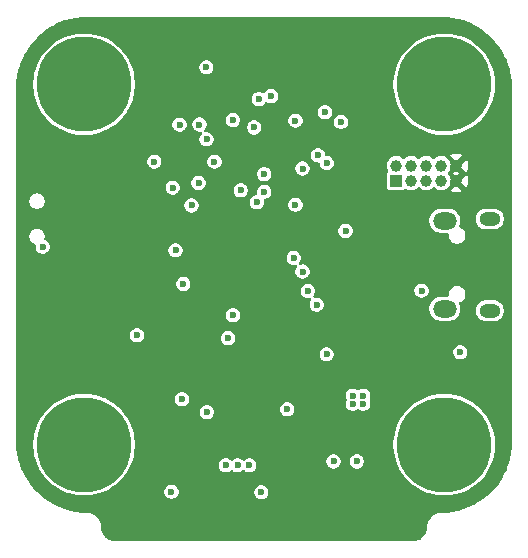
<source format=gbr>
%TF.GenerationSoftware,KiCad,Pcbnew,9.0.1*%
%TF.CreationDate,2025-06-12T22:27:34-04:00*%
%TF.ProjectId,STM32_FlightController,53544d33-325f-4466-9c69-676874436f6e,rev?*%
%TF.SameCoordinates,Original*%
%TF.FileFunction,Copper,L2,Inr*%
%TF.FilePolarity,Positive*%
%FSLAX46Y46*%
G04 Gerber Fmt 4.6, Leading zero omitted, Abs format (unit mm)*
G04 Created by KiCad (PCBNEW 9.0.1) date 2025-06-12 22:27:34*
%MOMM*%
%LPD*%
G01*
G04 APERTURE LIST*
%TA.AperFunction,HeatsinkPad*%
%ADD10O,1.800000X1.150000*%
%TD*%
%TA.AperFunction,HeatsinkPad*%
%ADD11O,2.000000X1.450000*%
%TD*%
%TA.AperFunction,ComponentPad*%
%ADD12C,8.000000*%
%TD*%
%TA.AperFunction,ComponentPad*%
%ADD13R,1.000000X1.000000*%
%TD*%
%TA.AperFunction,ComponentPad*%
%ADD14C,1.000000*%
%TD*%
%TA.AperFunction,ViaPad*%
%ADD15C,0.600000*%
%TD*%
G04 APERTURE END LIST*
D10*
%TO.N,unconnected-(J1-Shield-Pad6)_2*%
%TO.C,J1*%
X54857500Y-39362500D03*
D11*
%TO.N,unconnected-(J1-Shield-Pad6)*%
X51057500Y-39212500D03*
%TO.N,unconnected-(J1-Shield-Pad6)_3*%
X51057500Y-31762500D03*
D10*
%TO.N,unconnected-(J1-Shield-Pad6)_1*%
X54857500Y-31612500D03*
%TD*%
D12*
%TO.N,unconnected-(H1-Pad1)*%
%TO.C,H1*%
X20512500Y-20212500D03*
%TD*%
%TO.N,unconnected-(H3-Pad1)*%
%TO.C,H3*%
X20512500Y-50712500D03*
%TD*%
%TO.N,unconnected-(H4-Pad1)*%
%TO.C,H4*%
X51012500Y-50712500D03*
%TD*%
%TO.N,unconnected-(H2-Pad1)*%
%TO.C,H2*%
X51012500Y-20212500D03*
%TD*%
D13*
%TO.N,+3V3*%
%TO.C,J5*%
X46937500Y-28357500D03*
D14*
X46937500Y-27087500D03*
%TO.N,/SWO*%
X48207500Y-28357500D03*
X48207500Y-27087500D03*
%TO.N,/SWCLK*%
X49477500Y-28357500D03*
X49477500Y-27087500D03*
%TO.N,/SWDIO*%
X50747500Y-28357500D03*
X50747500Y-27087500D03*
%TO.N,GND*%
X52017500Y-28357500D03*
X52017500Y-27087500D03*
%TD*%
D15*
%TO.N,GND*%
X38562500Y-24175000D03*
X42450000Y-46050000D03*
X44700000Y-30912500D03*
X43012500Y-18962500D03*
X38887500Y-48900000D03*
X40237500Y-48900000D03*
X32374329Y-18949201D03*
X41000000Y-31650000D03*
X50012500Y-41962500D03*
X17012500Y-38962500D03*
X38142500Y-46692500D03*
X35987500Y-25812500D03*
X40237500Y-49575000D03*
X37512500Y-54712500D03*
X20012500Y-25962500D03*
X33687500Y-33062500D03*
X23587500Y-34112500D03*
X28850000Y-17500000D03*
X45012500Y-20962500D03*
X48012500Y-39962500D03*
X25012500Y-43962500D03*
X27012500Y-47962500D03*
X28912500Y-54712500D03*
X22612500Y-30287499D03*
X28092500Y-32222500D03*
X27452500Y-33002500D03*
X50012500Y-43962500D03*
X24012500Y-25962500D03*
X25012500Y-47962500D03*
X39562500Y-48900000D03*
X43012500Y-20962500D03*
X54212500Y-40787500D03*
X31212500Y-25812500D03*
X48012500Y-41962500D03*
X27012500Y-49962500D03*
X31912500Y-44562500D03*
X21012500Y-42962500D03*
X48012500Y-45962500D03*
X23012500Y-42962500D03*
X25012500Y-45962500D03*
X25962500Y-29162500D03*
X17012500Y-40962500D03*
X52162500Y-34187500D03*
X26012500Y-38212500D03*
X26462500Y-25812500D03*
X19012500Y-38962500D03*
X31600163Y-38406155D03*
X17012500Y-42962500D03*
X27012500Y-45962500D03*
X33655735Y-19169265D03*
X17012500Y-29237500D03*
X28462500Y-21012500D03*
X43012500Y-16962500D03*
X19012500Y-42962500D03*
X45012500Y-22962500D03*
X19012500Y-40962500D03*
X22012500Y-25962500D03*
X33152500Y-16312500D03*
X45012500Y-16962500D03*
X39562500Y-49575000D03*
X28390000Y-42885000D03*
X21012500Y-40962500D03*
X49359735Y-35515265D03*
X42042500Y-42800000D03*
X45012500Y-18962500D03*
X29562500Y-32737500D03*
X20737500Y-37662500D03*
X38887500Y-49550000D03*
X40112500Y-52362500D03*
X42262500Y-25900000D03*
X31600000Y-30500000D03*
X48012500Y-43962500D03*
%TO.N,+3V3*%
X35312500Y-21462500D03*
X29612500Y-30462500D03*
X26462500Y-26762500D03*
X52362500Y-42887500D03*
X32712500Y-41687500D03*
X41062500Y-43062500D03*
X27912500Y-54712500D03*
X31556793Y-26768207D03*
X28262500Y-34262500D03*
X17012500Y-33962500D03*
X41062500Y-26862500D03*
X33125000Y-39750000D03*
X42262500Y-23387500D03*
X43262500Y-46562500D03*
X44162500Y-46562500D03*
X42652500Y-32622500D03*
X40912500Y-22562500D03*
X44162500Y-47262500D03*
X24987500Y-41462500D03*
X43262500Y-47262500D03*
%TO.N,/NRST*%
X28012500Y-28962500D03*
X28912500Y-37112500D03*
%TO.N,V_MAIN*%
X37712500Y-47712500D03*
%TO.N,VBUS*%
X49087500Y-37687500D03*
%TO.N,+1V8*%
X30287500Y-23612500D03*
X28600999Y-23624001D03*
X33112500Y-23237500D03*
%TO.N,/IMU_MISO*%
X30887500Y-24862500D03*
%TO.N,/MISO*%
X30211500Y-28562500D03*
%TO.N,/IMU_INT*%
X34912500Y-23862500D03*
%TO.N,/INT1*%
X35142500Y-30187500D03*
X33787500Y-29187500D03*
X39462500Y-37712500D03*
%TO.N,/MOSI*%
X35762500Y-27812500D03*
X35762500Y-29312500D03*
%TO.N,/IMU_SCK*%
X30863235Y-18763235D03*
%TO.N,/SCK*%
X38412500Y-23287500D03*
X38412500Y-30412500D03*
%TO.N,/CS1*%
X38262500Y-34912500D03*
X36337500Y-21187500D03*
%TO.N,/S1*%
X35512500Y-54752500D03*
%TO.N,/S2*%
X34512500Y-52462500D03*
%TO.N,/S3*%
X33512500Y-52462500D03*
%TO.N,/S4*%
X32512500Y-52462500D03*
%TO.N,/CS2*%
X39012500Y-36062500D03*
X39012500Y-27337500D03*
%TO.N,/INT2*%
X40312500Y-26212500D03*
X40212500Y-38862500D03*
%TO.N,/GPS_RX*%
X30912500Y-47962500D03*
X28812500Y-46862500D03*
%TO.N,/ELRS_RX*%
X43612500Y-52137500D03*
X41637500Y-52137500D03*
%TD*%
%TA.AperFunction,Conductor*%
%TO.N,GND*%
G36*
X50764942Y-14488095D02*
G01*
X51184237Y-14504569D01*
X51189520Y-14504892D01*
X51287932Y-14513046D01*
X51292186Y-14513473D01*
X51659348Y-14556930D01*
X51665052Y-14557743D01*
X51757957Y-14573247D01*
X51761694Y-14573931D01*
X52129554Y-14647103D01*
X52135691Y-14648489D01*
X52218792Y-14669533D01*
X52221999Y-14670391D01*
X52302980Y-14693229D01*
X52591695Y-14774655D01*
X52598240Y-14776699D01*
X52666507Y-14800136D01*
X52668967Y-14801011D01*
X53042710Y-14938893D01*
X53049579Y-14941665D01*
X53095497Y-14961807D01*
X53097580Y-14962743D01*
X53252110Y-15033982D01*
X53479513Y-15138816D01*
X53486609Y-15142367D01*
X53490747Y-15144606D01*
X53498696Y-15148907D01*
X53500086Y-15149673D01*
X53892983Y-15369707D01*
X53901267Y-15374782D01*
X54284867Y-15631096D01*
X54292743Y-15636819D01*
X54655039Y-15922429D01*
X54662437Y-15928747D01*
X55001215Y-16241911D01*
X55008088Y-16248784D01*
X55316143Y-16582035D01*
X55321247Y-16587556D01*
X55327570Y-16594960D01*
X55613180Y-16957256D01*
X55618903Y-16965132D01*
X55875204Y-17348714D01*
X55880291Y-17357016D01*
X56100289Y-17749850D01*
X56101156Y-17751425D01*
X56107628Y-17763385D01*
X56111182Y-17770485D01*
X56287246Y-18152398D01*
X56288191Y-18154501D01*
X56308333Y-18200419D01*
X56311114Y-18207311D01*
X56448961Y-18580960D01*
X56449907Y-18583617D01*
X56473286Y-18651719D01*
X56475349Y-18658323D01*
X56579607Y-19027999D01*
X56580467Y-19031215D01*
X56601495Y-19114247D01*
X56602907Y-19120498D01*
X56676064Y-19488288D01*
X56676756Y-19492068D01*
X56692247Y-19584895D01*
X56693079Y-19590732D01*
X56736518Y-19957750D01*
X56736953Y-19962083D01*
X56745103Y-20060432D01*
X56745431Y-20065805D01*
X56761904Y-20485056D01*
X56762000Y-20489924D01*
X56762000Y-50485075D01*
X56761904Y-50489943D01*
X56745431Y-50909193D01*
X56745103Y-50914566D01*
X56736953Y-51012915D01*
X56736518Y-51017248D01*
X56693079Y-51384266D01*
X56692247Y-51390103D01*
X56676756Y-51482930D01*
X56676064Y-51486710D01*
X56602907Y-51854500D01*
X56601495Y-51860751D01*
X56580467Y-51943783D01*
X56579607Y-51946999D01*
X56475349Y-52316675D01*
X56473286Y-52323279D01*
X56449907Y-52391381D01*
X56448961Y-52394038D01*
X56311114Y-52767687D01*
X56308333Y-52774579D01*
X56288191Y-52820497D01*
X56287246Y-52822600D01*
X56111182Y-53204513D01*
X56107628Y-53211613D01*
X56101156Y-53223573D01*
X56100290Y-53225148D01*
X55880292Y-53617983D01*
X55875204Y-53626285D01*
X55618903Y-54009867D01*
X55613180Y-54017743D01*
X55327570Y-54380039D01*
X55321247Y-54387443D01*
X55008094Y-54726209D01*
X55001209Y-54733094D01*
X54662443Y-55046247D01*
X54655039Y-55052570D01*
X54292743Y-55338180D01*
X54284867Y-55343903D01*
X53901285Y-55600204D01*
X53892983Y-55605292D01*
X53500148Y-55825290D01*
X53498573Y-55826156D01*
X53486613Y-55832628D01*
X53479513Y-55836182D01*
X53097600Y-56012246D01*
X53095497Y-56013191D01*
X53049579Y-56033333D01*
X53042687Y-56036114D01*
X52669038Y-56173961D01*
X52666381Y-56174907D01*
X52598279Y-56198286D01*
X52591675Y-56200349D01*
X52221999Y-56304607D01*
X52218783Y-56305467D01*
X52135751Y-56326495D01*
X52129500Y-56327907D01*
X51761710Y-56401064D01*
X51757930Y-56401756D01*
X51665103Y-56417247D01*
X51659266Y-56418079D01*
X51292248Y-56461518D01*
X51287915Y-56461953D01*
X51189566Y-56470103D01*
X51184193Y-56470431D01*
X50764943Y-56486904D01*
X50760075Y-56487000D01*
X50668014Y-56487000D01*
X50481381Y-56516560D01*
X50457067Y-56524460D01*
X50457061Y-56524462D01*
X50452338Y-56525996D01*
X50451324Y-56526175D01*
X50447475Y-56527575D01*
X50445409Y-56528247D01*
X50301671Y-56574951D01*
X50269311Y-56591438D01*
X50269310Y-56591437D01*
X50262543Y-56594884D01*
X50254389Y-56597853D01*
X50236871Y-56607967D01*
X50233957Y-56609452D01*
X50133307Y-56660736D01*
X50133295Y-56660743D01*
X50091473Y-56691126D01*
X50091474Y-56691127D01*
X50086207Y-56694953D01*
X50072894Y-56702640D01*
X50055247Y-56717447D01*
X50051731Y-56720002D01*
X50051723Y-56720008D01*
X49980426Y-56771810D01*
X49980420Y-56771815D01*
X49928093Y-56824141D01*
X49912351Y-56837351D01*
X49899141Y-56853093D01*
X49846815Y-56905420D01*
X49846810Y-56905426D01*
X49795008Y-56976723D01*
X49792448Y-56980246D01*
X49777640Y-56997894D01*
X49769954Y-57011206D01*
X49766129Y-57016471D01*
X49735743Y-57058295D01*
X49735736Y-57058307D01*
X49684452Y-57158957D01*
X49682967Y-57161870D01*
X49672853Y-57179389D01*
X49669884Y-57187546D01*
X49666440Y-57194305D01*
X49666438Y-57194311D01*
X49649951Y-57226671D01*
X49603249Y-57370399D01*
X49603250Y-57370400D01*
X49602576Y-57372474D01*
X49601175Y-57376324D01*
X49600996Y-57377338D01*
X49599462Y-57382061D01*
X49599460Y-57382067D01*
X49591560Y-57406381D01*
X49562000Y-57593013D01*
X49562000Y-57682623D01*
X49561618Y-57692353D01*
X49549007Y-57852570D01*
X49547506Y-57864370D01*
X49541773Y-57896887D01*
X49540230Y-57904304D01*
X49507105Y-58042280D01*
X49503052Y-58055745D01*
X49494985Y-58077908D01*
X49493025Y-58082949D01*
X49434994Y-58223049D01*
X49426160Y-58240386D01*
X49338015Y-58384225D01*
X49326579Y-58399966D01*
X49217013Y-58528253D01*
X49203253Y-58542013D01*
X49074966Y-58651579D01*
X49059225Y-58663015D01*
X48915386Y-58751160D01*
X48898049Y-58759994D01*
X48757949Y-58818025D01*
X48752908Y-58819985D01*
X48730745Y-58828052D01*
X48717280Y-58832105D01*
X48579304Y-58865230D01*
X48571887Y-58866773D01*
X48539370Y-58872506D01*
X48527570Y-58874007D01*
X48367353Y-58886618D01*
X48357623Y-58887000D01*
X23167377Y-58887000D01*
X23157647Y-58886618D01*
X22997428Y-58874007D01*
X22985628Y-58872506D01*
X22962395Y-58868409D01*
X22953105Y-58866771D01*
X22945694Y-58865230D01*
X22807718Y-58832105D01*
X22794253Y-58828052D01*
X22772090Y-58819985D01*
X22767049Y-58818025D01*
X22626949Y-58759994D01*
X22609612Y-58751160D01*
X22465774Y-58663016D01*
X22450033Y-58651580D01*
X22393375Y-58603190D01*
X22321746Y-58542013D01*
X22307986Y-58528253D01*
X22257869Y-58469573D01*
X22198416Y-58399961D01*
X22186987Y-58384230D01*
X22098833Y-58240376D01*
X22090007Y-58223056D01*
X22031966Y-58082931D01*
X22030013Y-58077908D01*
X22021946Y-58055745D01*
X22017898Y-58042298D01*
X21984761Y-57904274D01*
X21983235Y-57896938D01*
X21977489Y-57864350D01*
X21975991Y-57852568D01*
X21963382Y-57692353D01*
X21963000Y-57682624D01*
X21963000Y-57593013D01*
X21946876Y-57491217D01*
X21933440Y-57406382D01*
X21924004Y-57377342D01*
X21923825Y-57376324D01*
X21922418Y-57372461D01*
X21900379Y-57304633D01*
X21875049Y-57226672D01*
X21858565Y-57194320D01*
X21858160Y-57193527D01*
X21855120Y-57187560D01*
X21852147Y-57179389D01*
X21842019Y-57161847D01*
X21789260Y-57058301D01*
X21789258Y-57058298D01*
X21789257Y-57058296D01*
X21758872Y-57016476D01*
X21758872Y-57016475D01*
X21755053Y-57011218D01*
X21747360Y-56997894D01*
X21732539Y-56980231D01*
X21730002Y-56976739D01*
X21729992Y-56976726D01*
X21729990Y-56976723D01*
X21678190Y-56905427D01*
X21625868Y-56853105D01*
X21612649Y-56837351D01*
X21596894Y-56824131D01*
X21544572Y-56771809D01*
X21473266Y-56720001D01*
X21473266Y-56720002D01*
X21469772Y-56717463D01*
X21452106Y-56702640D01*
X21438775Y-56694943D01*
X21391699Y-56660740D01*
X21391691Y-56660736D01*
X21291033Y-56609448D01*
X21291033Y-56609447D01*
X21288131Y-56607968D01*
X21270611Y-56597853D01*
X21262450Y-56594882D01*
X21255690Y-56591438D01*
X21255684Y-56591436D01*
X21223340Y-56574957D01*
X21223332Y-56574953D01*
X21079612Y-56528255D01*
X21079612Y-56528254D01*
X21077525Y-56527576D01*
X21073676Y-56526175D01*
X21072663Y-56525996D01*
X21067947Y-56524464D01*
X21067936Y-56524461D01*
X21043619Y-56516560D01*
X20856986Y-56487000D01*
X20856981Y-56487000D01*
X20764925Y-56487000D01*
X20760057Y-56486904D01*
X20340805Y-56470431D01*
X20335432Y-56470103D01*
X20237083Y-56461953D01*
X20232750Y-56461518D01*
X19952573Y-56428357D01*
X19865723Y-56418077D01*
X19859895Y-56417247D01*
X19767068Y-56401756D01*
X19763288Y-56401064D01*
X19395498Y-56327907D01*
X19389251Y-56326496D01*
X19382161Y-56324700D01*
X19306215Y-56305467D01*
X19302999Y-56304607D01*
X18933323Y-56200349D01*
X18926719Y-56198286D01*
X18907904Y-56191827D01*
X18858593Y-56174898D01*
X18855960Y-56173961D01*
X18482311Y-56036114D01*
X18475419Y-56033333D01*
X18429501Y-56013191D01*
X18427398Y-56012246D01*
X18045485Y-55836182D01*
X18038385Y-55832628D01*
X18026425Y-55826156D01*
X18024850Y-55825289D01*
X17632016Y-55605291D01*
X17623714Y-55600204D01*
X17240132Y-55343903D01*
X17232256Y-55338180D01*
X16869960Y-55052570D01*
X16862556Y-55046247D01*
X16826589Y-55012999D01*
X16523784Y-54733088D01*
X16516911Y-54726215D01*
X16203747Y-54387437D01*
X16197429Y-54380039D01*
X15911819Y-54017743D01*
X15906096Y-54009867D01*
X15823450Y-53886179D01*
X15649782Y-53626267D01*
X15644707Y-53617983D01*
X15424673Y-53225086D01*
X15423907Y-53223696D01*
X15417367Y-53211609D01*
X15413816Y-53204513D01*
X15257728Y-52865932D01*
X15237743Y-52822580D01*
X15236807Y-52820497D01*
X15216665Y-52774579D01*
X15213893Y-52767710D01*
X15076011Y-52393967D01*
X15075136Y-52391507D01*
X15051699Y-52323240D01*
X15049655Y-52316695D01*
X14955257Y-51981981D01*
X14945391Y-51946999D01*
X14944531Y-51943783D01*
X14923489Y-51860691D01*
X14922103Y-51854554D01*
X14848931Y-51486694D01*
X14848242Y-51482930D01*
X14832743Y-51390052D01*
X14831930Y-51384348D01*
X14788473Y-51017187D01*
X14788045Y-51012915D01*
X14779892Y-50914520D01*
X14779569Y-50909237D01*
X14764463Y-50524732D01*
X16212000Y-50524732D01*
X16212000Y-50900267D01*
X16244729Y-51274365D01*
X16309938Y-51644179D01*
X16309941Y-51644192D01*
X16407130Y-52006910D01*
X16535568Y-52359793D01*
X16694271Y-52700133D01*
X16694279Y-52700148D01*
X16716133Y-52738000D01*
X16882040Y-53025358D01*
X16882044Y-53025364D01*
X16882051Y-53025375D01*
X17097434Y-53332974D01*
X17171913Y-53421734D01*
X17338818Y-53620644D01*
X17604356Y-53886182D01*
X17723968Y-53986548D01*
X17892025Y-54127565D01*
X18199624Y-54342948D01*
X18199631Y-54342952D01*
X18199642Y-54342960D01*
X18270490Y-54383864D01*
X18524851Y-54530720D01*
X18524866Y-54530728D01*
X18865206Y-54689431D01*
X19128979Y-54785436D01*
X19218083Y-54817867D01*
X19218084Y-54817867D01*
X19218089Y-54817869D01*
X19332042Y-54848402D01*
X19580815Y-54915061D01*
X19950637Y-54980271D01*
X20324734Y-55012999D01*
X20324735Y-55013000D01*
X20324736Y-55013000D01*
X20700265Y-55013000D01*
X20700265Y-55012999D01*
X21074363Y-54980271D01*
X21444185Y-54915061D01*
X21806917Y-54817867D01*
X22159798Y-54689429D01*
X22279860Y-54633443D01*
X27312000Y-54633443D01*
X27312000Y-54791557D01*
X27340308Y-54897202D01*
X27352923Y-54944283D01*
X27352926Y-54944290D01*
X27431975Y-55081209D01*
X27431979Y-55081214D01*
X27431980Y-55081216D01*
X27543784Y-55193020D01*
X27543786Y-55193021D01*
X27543790Y-55193024D01*
X27680709Y-55272073D01*
X27680716Y-55272077D01*
X27833443Y-55313000D01*
X27833445Y-55313000D01*
X27991555Y-55313000D01*
X27991557Y-55313000D01*
X28144284Y-55272077D01*
X28281216Y-55193020D01*
X28393020Y-55081216D01*
X28472077Y-54944284D01*
X28513000Y-54791557D01*
X28513000Y-54673443D01*
X34912000Y-54673443D01*
X34912000Y-54831557D01*
X34951848Y-54980270D01*
X34952923Y-54984283D01*
X34952926Y-54984290D01*
X35031975Y-55121209D01*
X35031979Y-55121214D01*
X35031980Y-55121216D01*
X35143784Y-55233020D01*
X35143786Y-55233021D01*
X35143790Y-55233024D01*
X35211433Y-55272077D01*
X35280716Y-55312077D01*
X35433443Y-55353000D01*
X35433445Y-55353000D01*
X35591555Y-55353000D01*
X35591557Y-55353000D01*
X35744284Y-55312077D01*
X35881216Y-55233020D01*
X35993020Y-55121216D01*
X36072077Y-54984284D01*
X36113000Y-54831557D01*
X36113000Y-54673443D01*
X36072077Y-54520716D01*
X35995133Y-54387443D01*
X35993024Y-54383790D01*
X35993018Y-54383782D01*
X35881217Y-54271981D01*
X35881209Y-54271975D01*
X35744290Y-54192926D01*
X35744286Y-54192924D01*
X35744284Y-54192923D01*
X35591557Y-54152000D01*
X35433443Y-54152000D01*
X35280716Y-54192923D01*
X35280709Y-54192926D01*
X35143790Y-54271975D01*
X35143782Y-54271981D01*
X35031981Y-54383782D01*
X35031975Y-54383790D01*
X34952926Y-54520709D01*
X34952923Y-54520716D01*
X34912000Y-54673443D01*
X28513000Y-54673443D01*
X28513000Y-54633443D01*
X28472077Y-54480716D01*
X28472073Y-54480709D01*
X28393024Y-54343790D01*
X28393018Y-54343782D01*
X28281217Y-54231981D01*
X28281209Y-54231975D01*
X28144290Y-54152926D01*
X28144286Y-54152924D01*
X28144284Y-54152923D01*
X27991557Y-54112000D01*
X27833443Y-54112000D01*
X27680716Y-54152923D01*
X27680709Y-54152926D01*
X27543790Y-54231975D01*
X27543782Y-54231981D01*
X27431981Y-54343782D01*
X27431975Y-54343790D01*
X27352926Y-54480709D01*
X27352923Y-54480716D01*
X27312000Y-54633443D01*
X22279860Y-54633443D01*
X22500142Y-54530724D01*
X22517476Y-54520716D01*
X22522304Y-54517929D01*
X22586770Y-54480709D01*
X22825358Y-54342960D01*
X23132973Y-54127566D01*
X23420644Y-53886182D01*
X23686182Y-53620644D01*
X23927566Y-53332973D01*
X24142960Y-53025358D01*
X24330724Y-52700142D01*
X24478403Y-52383443D01*
X31912000Y-52383443D01*
X31912000Y-52541557D01*
X31932490Y-52618024D01*
X31952923Y-52694283D01*
X31952926Y-52694290D01*
X32031975Y-52831209D01*
X32031979Y-52831214D01*
X32031980Y-52831216D01*
X32143784Y-52943020D01*
X32143786Y-52943021D01*
X32143790Y-52943024D01*
X32245259Y-53001606D01*
X32280716Y-53022077D01*
X32433443Y-53063000D01*
X32433445Y-53063000D01*
X32591555Y-53063000D01*
X32591557Y-53063000D01*
X32744284Y-53022077D01*
X32881216Y-52943020D01*
X32924819Y-52899417D01*
X32986142Y-52865932D01*
X33055834Y-52870916D01*
X33100181Y-52899417D01*
X33143784Y-52943020D01*
X33143786Y-52943021D01*
X33143790Y-52943024D01*
X33245259Y-53001606D01*
X33280716Y-53022077D01*
X33433443Y-53063000D01*
X33433445Y-53063000D01*
X33591555Y-53063000D01*
X33591557Y-53063000D01*
X33744284Y-53022077D01*
X33881216Y-52943020D01*
X33924819Y-52899417D01*
X33986142Y-52865932D01*
X34055834Y-52870916D01*
X34100181Y-52899417D01*
X34143784Y-52943020D01*
X34143786Y-52943021D01*
X34143790Y-52943024D01*
X34245259Y-53001606D01*
X34280716Y-53022077D01*
X34433443Y-53063000D01*
X34433445Y-53063000D01*
X34591555Y-53063000D01*
X34591557Y-53063000D01*
X34744284Y-53022077D01*
X34881216Y-52943020D01*
X34993020Y-52831216D01*
X35072077Y-52694284D01*
X35113000Y-52541557D01*
X35113000Y-52383443D01*
X35072077Y-52230716D01*
X34993023Y-52093790D01*
X34993022Y-52093787D01*
X34993018Y-52093782D01*
X34957679Y-52058443D01*
X41037000Y-52058443D01*
X41037000Y-52216557D01*
X41075382Y-52359798D01*
X41077923Y-52369283D01*
X41077926Y-52369290D01*
X41156975Y-52506209D01*
X41156979Y-52506214D01*
X41156980Y-52506216D01*
X41268784Y-52618020D01*
X41268786Y-52618021D01*
X41268790Y-52618024D01*
X41400877Y-52694283D01*
X41405716Y-52697077D01*
X41558443Y-52738000D01*
X41558445Y-52738000D01*
X41716555Y-52738000D01*
X41716557Y-52738000D01*
X41869284Y-52697077D01*
X42006216Y-52618020D01*
X42118020Y-52506216D01*
X42197077Y-52369284D01*
X42238000Y-52216557D01*
X42238000Y-52058443D01*
X43012000Y-52058443D01*
X43012000Y-52216557D01*
X43050382Y-52359798D01*
X43052923Y-52369283D01*
X43052926Y-52369290D01*
X43131975Y-52506209D01*
X43131979Y-52506214D01*
X43131980Y-52506216D01*
X43243784Y-52618020D01*
X43243786Y-52618021D01*
X43243790Y-52618024D01*
X43375877Y-52694283D01*
X43380716Y-52697077D01*
X43533443Y-52738000D01*
X43533445Y-52738000D01*
X43691555Y-52738000D01*
X43691557Y-52738000D01*
X43844284Y-52697077D01*
X43981216Y-52618020D01*
X44093020Y-52506216D01*
X44172077Y-52369284D01*
X44213000Y-52216557D01*
X44213000Y-52058443D01*
X44172077Y-51905716D01*
X44170466Y-51902926D01*
X44093024Y-51768790D01*
X44093018Y-51768782D01*
X43981217Y-51656981D01*
X43981209Y-51656975D01*
X43844290Y-51577926D01*
X43844286Y-51577924D01*
X43844284Y-51577923D01*
X43691557Y-51537000D01*
X43533443Y-51537000D01*
X43380716Y-51577923D01*
X43380709Y-51577926D01*
X43243790Y-51656975D01*
X43243782Y-51656981D01*
X43131981Y-51768782D01*
X43131975Y-51768790D01*
X43052926Y-51905709D01*
X43052923Y-51905716D01*
X43012000Y-52058443D01*
X42238000Y-52058443D01*
X42197077Y-51905716D01*
X42195466Y-51902926D01*
X42118024Y-51768790D01*
X42118018Y-51768782D01*
X42006217Y-51656981D01*
X42006209Y-51656975D01*
X41869290Y-51577926D01*
X41869286Y-51577924D01*
X41869284Y-51577923D01*
X41716557Y-51537000D01*
X41558443Y-51537000D01*
X41405716Y-51577923D01*
X41405709Y-51577926D01*
X41268790Y-51656975D01*
X41268782Y-51656981D01*
X41156981Y-51768782D01*
X41156975Y-51768790D01*
X41077926Y-51905709D01*
X41077923Y-51905716D01*
X41037000Y-52058443D01*
X34957679Y-52058443D01*
X34881217Y-51981981D01*
X34881209Y-51981975D01*
X34744290Y-51902926D01*
X34744286Y-51902924D01*
X34744284Y-51902923D01*
X34591557Y-51862000D01*
X34433443Y-51862000D01*
X34280716Y-51902923D01*
X34280709Y-51902926D01*
X34143790Y-51981975D01*
X34143782Y-51981981D01*
X34100181Y-52025583D01*
X34038858Y-52059068D01*
X33969166Y-52054084D01*
X33924819Y-52025583D01*
X33881217Y-51981981D01*
X33881209Y-51981975D01*
X33744290Y-51902926D01*
X33744286Y-51902924D01*
X33744284Y-51902923D01*
X33591557Y-51862000D01*
X33433443Y-51862000D01*
X33280716Y-51902923D01*
X33280709Y-51902926D01*
X33143790Y-51981975D01*
X33143782Y-51981981D01*
X33100181Y-52025583D01*
X33038858Y-52059068D01*
X32969166Y-52054084D01*
X32924819Y-52025583D01*
X32881217Y-51981981D01*
X32881209Y-51981975D01*
X32744290Y-51902926D01*
X32744286Y-51902924D01*
X32744284Y-51902923D01*
X32591557Y-51862000D01*
X32433443Y-51862000D01*
X32280716Y-51902923D01*
X32280709Y-51902926D01*
X32143790Y-51981975D01*
X32143782Y-51981981D01*
X32031981Y-52093782D01*
X32031975Y-52093790D01*
X31952926Y-52230709D01*
X31952923Y-52230716D01*
X31912000Y-52383443D01*
X24478403Y-52383443D01*
X24489429Y-52359798D01*
X24489505Y-52359587D01*
X24499217Y-52332907D01*
X24499217Y-52332906D01*
X24541565Y-52216555D01*
X24617867Y-52006917D01*
X24715061Y-51644185D01*
X24780271Y-51274363D01*
X24813000Y-50900264D01*
X24813000Y-50524736D01*
X24813000Y-50524732D01*
X46712000Y-50524732D01*
X46712000Y-50900267D01*
X46744729Y-51274365D01*
X46809938Y-51644179D01*
X46809941Y-51644192D01*
X46907130Y-52006910D01*
X47035568Y-52359793D01*
X47194271Y-52700133D01*
X47194279Y-52700148D01*
X47216133Y-52738000D01*
X47382040Y-53025358D01*
X47382044Y-53025364D01*
X47382051Y-53025375D01*
X47597434Y-53332974D01*
X47671913Y-53421734D01*
X47838818Y-53620644D01*
X48104356Y-53886182D01*
X48223968Y-53986548D01*
X48392025Y-54127565D01*
X48699624Y-54342948D01*
X48699631Y-54342952D01*
X48699642Y-54342960D01*
X48770490Y-54383864D01*
X49024851Y-54530720D01*
X49024866Y-54530728D01*
X49365206Y-54689431D01*
X49628979Y-54785436D01*
X49718083Y-54817867D01*
X49718084Y-54817867D01*
X49718089Y-54817869D01*
X49832042Y-54848402D01*
X50080815Y-54915061D01*
X50450637Y-54980271D01*
X50824734Y-55012999D01*
X50824735Y-55013000D01*
X50824736Y-55013000D01*
X51200265Y-55013000D01*
X51200265Y-55012999D01*
X51574363Y-54980271D01*
X51944185Y-54915061D01*
X52306917Y-54817867D01*
X52659798Y-54689429D01*
X53000142Y-54530724D01*
X53325358Y-54342960D01*
X53632973Y-54127566D01*
X53920644Y-53886182D01*
X54186182Y-53620644D01*
X54427566Y-53332973D01*
X54642960Y-53025358D01*
X54830724Y-52700142D01*
X54989429Y-52359798D01*
X55005125Y-52316675D01*
X55041565Y-52216555D01*
X55117867Y-52006917D01*
X55215061Y-51644185D01*
X55280271Y-51274363D01*
X55313000Y-50900264D01*
X55313000Y-50524736D01*
X55280271Y-50150637D01*
X55215061Y-49780815D01*
X55117867Y-49418083D01*
X55085436Y-49328979D01*
X54989431Y-49065206D01*
X54830728Y-48724866D01*
X54830720Y-48724851D01*
X54713647Y-48522076D01*
X54642960Y-48399642D01*
X54642952Y-48399631D01*
X54642948Y-48399624D01*
X54427565Y-48092025D01*
X54235389Y-47862999D01*
X54186182Y-47804356D01*
X53920644Y-47538818D01*
X53781516Y-47422076D01*
X53632974Y-47297434D01*
X53325375Y-47082051D01*
X53325364Y-47082044D01*
X53325358Y-47082040D01*
X53228733Y-47026253D01*
X53000148Y-46894279D01*
X53000133Y-46894271D01*
X52659793Y-46735568D01*
X52306910Y-46607130D01*
X51944192Y-46509941D01*
X51944195Y-46509941D01*
X51944185Y-46509939D01*
X51852555Y-46493782D01*
X51574365Y-46444729D01*
X51200267Y-46412000D01*
X51200264Y-46412000D01*
X50824736Y-46412000D01*
X50824732Y-46412000D01*
X50450634Y-46444729D01*
X50080820Y-46509938D01*
X50080817Y-46509938D01*
X50080815Y-46509939D01*
X50080810Y-46509940D01*
X50080807Y-46509941D01*
X49718089Y-46607130D01*
X49365206Y-46735568D01*
X49024866Y-46894271D01*
X49024851Y-46894279D01*
X48699650Y-47082035D01*
X48699624Y-47082051D01*
X48392025Y-47297434D01*
X48104353Y-47538820D01*
X47838820Y-47804353D01*
X47597434Y-48092025D01*
X47382051Y-48399624D01*
X47382035Y-48399650D01*
X47194279Y-48724851D01*
X47194271Y-48724866D01*
X47035568Y-49065206D01*
X46907130Y-49418089D01*
X46809941Y-49780807D01*
X46809938Y-49780820D01*
X46744729Y-50150634D01*
X46712000Y-50524732D01*
X24813000Y-50524732D01*
X24780271Y-50150637D01*
X24715061Y-49780815D01*
X24617867Y-49418083D01*
X24585436Y-49328979D01*
X24489431Y-49065206D01*
X24330728Y-48724866D01*
X24330720Y-48724851D01*
X24213647Y-48522076D01*
X24142960Y-48399642D01*
X24142952Y-48399631D01*
X24142948Y-48399624D01*
X23927570Y-48092032D01*
X23918495Y-48081217D01*
X23752544Y-47883443D01*
X30312000Y-47883443D01*
X30312000Y-48041557D01*
X30352586Y-48193024D01*
X30352923Y-48194283D01*
X30352926Y-48194290D01*
X30431975Y-48331209D01*
X30431979Y-48331214D01*
X30431980Y-48331216D01*
X30543784Y-48443020D01*
X30543786Y-48443021D01*
X30543790Y-48443024D01*
X30680709Y-48522073D01*
X30680716Y-48522077D01*
X30833443Y-48563000D01*
X30833445Y-48563000D01*
X30991555Y-48563000D01*
X30991557Y-48563000D01*
X31144284Y-48522077D01*
X31281216Y-48443020D01*
X31393020Y-48331216D01*
X31472077Y-48194284D01*
X31513000Y-48041557D01*
X31513000Y-47883443D01*
X31472077Y-47730716D01*
X31415917Y-47633443D01*
X37112000Y-47633443D01*
X37112000Y-47791557D01*
X37136622Y-47883445D01*
X37152923Y-47944283D01*
X37152926Y-47944290D01*
X37231975Y-48081209D01*
X37231979Y-48081214D01*
X37231980Y-48081216D01*
X37343784Y-48193020D01*
X37343786Y-48193021D01*
X37343790Y-48193024D01*
X37480709Y-48272073D01*
X37480716Y-48272077D01*
X37633443Y-48313000D01*
X37633445Y-48313000D01*
X37791555Y-48313000D01*
X37791557Y-48313000D01*
X37944284Y-48272077D01*
X38081216Y-48193020D01*
X38193020Y-48081216D01*
X38272077Y-47944284D01*
X38313000Y-47791557D01*
X38313000Y-47633443D01*
X38272077Y-47480716D01*
X38238222Y-47422077D01*
X38193024Y-47343790D01*
X38193018Y-47343782D01*
X38081217Y-47231981D01*
X38081209Y-47231975D01*
X37944290Y-47152926D01*
X37944286Y-47152924D01*
X37944284Y-47152923D01*
X37791557Y-47112000D01*
X37633443Y-47112000D01*
X37480716Y-47152923D01*
X37480709Y-47152926D01*
X37343790Y-47231975D01*
X37343782Y-47231981D01*
X37231981Y-47343782D01*
X37231975Y-47343790D01*
X37152926Y-47480709D01*
X37152923Y-47480716D01*
X37112000Y-47633443D01*
X31415917Y-47633443D01*
X31393020Y-47593784D01*
X31281216Y-47481980D01*
X31281214Y-47481979D01*
X31281209Y-47481975D01*
X31144290Y-47402926D01*
X31144286Y-47402924D01*
X31144284Y-47402923D01*
X30991557Y-47362000D01*
X30833443Y-47362000D01*
X30680716Y-47402923D01*
X30680709Y-47402926D01*
X30543790Y-47481975D01*
X30543782Y-47481981D01*
X30431981Y-47593782D01*
X30431975Y-47593790D01*
X30352926Y-47730709D01*
X30352923Y-47730716D01*
X30312000Y-47883443D01*
X23752544Y-47883443D01*
X23686182Y-47804356D01*
X23420644Y-47538818D01*
X23281516Y-47422076D01*
X23132974Y-47297434D01*
X22825375Y-47082051D01*
X22825364Y-47082044D01*
X22825358Y-47082040D01*
X22728733Y-47026253D01*
X22500148Y-46894279D01*
X22500124Y-46894267D01*
X22486037Y-46887698D01*
X22486036Y-46887698D01*
X22262461Y-46783443D01*
X28212000Y-46783443D01*
X28212000Y-46941557D01*
X28249643Y-47082040D01*
X28252923Y-47094283D01*
X28252926Y-47094290D01*
X28331975Y-47231209D01*
X28331979Y-47231214D01*
X28331980Y-47231216D01*
X28443784Y-47343020D01*
X28443786Y-47343021D01*
X28443790Y-47343024D01*
X28547540Y-47402923D01*
X28580716Y-47422077D01*
X28733443Y-47463000D01*
X28733445Y-47463000D01*
X28891555Y-47463000D01*
X28891557Y-47463000D01*
X29044284Y-47422077D01*
X29181216Y-47343020D01*
X29293020Y-47231216D01*
X29372077Y-47094284D01*
X29413000Y-46941557D01*
X29413000Y-46783443D01*
X29372077Y-46630716D01*
X29293020Y-46493784D01*
X29282679Y-46483443D01*
X42662000Y-46483443D01*
X42662000Y-46641556D01*
X42702923Y-46794283D01*
X42702925Y-46794288D01*
X42735379Y-46850502D01*
X42751850Y-46918402D01*
X42735379Y-46974498D01*
X42702925Y-47030711D01*
X42702923Y-47030716D01*
X42662000Y-47183443D01*
X42662000Y-47341557D01*
X42699627Y-47481981D01*
X42702923Y-47494283D01*
X42702926Y-47494290D01*
X42781975Y-47631209D01*
X42781979Y-47631214D01*
X42781980Y-47631216D01*
X42893784Y-47743020D01*
X42893786Y-47743021D01*
X42893790Y-47743024D01*
X42977853Y-47791557D01*
X43030716Y-47822077D01*
X43183443Y-47863000D01*
X43183445Y-47863000D01*
X43341555Y-47863000D01*
X43341557Y-47863000D01*
X43494284Y-47822077D01*
X43549056Y-47790454D01*
X43631207Y-47743026D01*
X43631211Y-47743022D01*
X43631216Y-47743020D01*
X43631219Y-47743016D01*
X43637007Y-47738575D01*
X43702174Y-47713377D01*
X43770620Y-47727410D01*
X43787993Y-47738575D01*
X43793792Y-47743026D01*
X43930709Y-47822073D01*
X43930716Y-47822077D01*
X44083443Y-47863000D01*
X44083445Y-47863000D01*
X44241555Y-47863000D01*
X44241557Y-47863000D01*
X44394284Y-47822077D01*
X44531216Y-47743020D01*
X44643020Y-47631216D01*
X44722077Y-47494284D01*
X44763000Y-47341557D01*
X44763000Y-47183443D01*
X44722077Y-47030716D01*
X44689619Y-46974497D01*
X44673147Y-46906601D01*
X44689618Y-46850503D01*
X44722077Y-46794284D01*
X44763000Y-46641557D01*
X44763000Y-46483443D01*
X44722077Y-46330716D01*
X44682404Y-46262000D01*
X44643024Y-46193790D01*
X44643018Y-46193782D01*
X44531217Y-46081981D01*
X44531209Y-46081975D01*
X44394290Y-46002926D01*
X44394286Y-46002924D01*
X44394284Y-46002923D01*
X44241557Y-45962000D01*
X44083443Y-45962000D01*
X43930716Y-46002923D01*
X43930709Y-46002926D01*
X43793791Y-46081975D01*
X43787988Y-46086428D01*
X43722819Y-46111623D01*
X43654374Y-46097586D01*
X43637012Y-46086428D01*
X43631220Y-46081984D01*
X43631216Y-46081980D01*
X43631210Y-46081976D01*
X43631208Y-46081975D01*
X43494290Y-46002926D01*
X43494286Y-46002924D01*
X43494284Y-46002923D01*
X43341557Y-45962000D01*
X43183443Y-45962000D01*
X43030716Y-46002923D01*
X43030709Y-46002926D01*
X42893790Y-46081975D01*
X42893782Y-46081981D01*
X42781981Y-46193782D01*
X42781975Y-46193790D01*
X42702926Y-46330709D01*
X42702923Y-46330716D01*
X42662000Y-46483443D01*
X29282679Y-46483443D01*
X29181216Y-46381980D01*
X29181214Y-46381979D01*
X29181209Y-46381975D01*
X29044290Y-46302926D01*
X29044286Y-46302924D01*
X29044284Y-46302923D01*
X28891557Y-46262000D01*
X28733443Y-46262000D01*
X28580716Y-46302923D01*
X28580709Y-46302926D01*
X28443790Y-46381975D01*
X28443782Y-46381981D01*
X28331981Y-46493782D01*
X28331975Y-46493790D01*
X28252926Y-46630709D01*
X28252923Y-46630716D01*
X28212000Y-46783443D01*
X22262461Y-46783443D01*
X22159793Y-46735568D01*
X21806910Y-46607130D01*
X21444192Y-46509941D01*
X21444195Y-46509941D01*
X21444185Y-46509939D01*
X21352555Y-46493782D01*
X21074365Y-46444729D01*
X20700267Y-46412000D01*
X20700264Y-46412000D01*
X20324736Y-46412000D01*
X20324732Y-46412000D01*
X19950634Y-46444729D01*
X19580820Y-46509938D01*
X19580817Y-46509938D01*
X19580815Y-46509939D01*
X19580810Y-46509940D01*
X19580807Y-46509941D01*
X19218089Y-46607130D01*
X18865206Y-46735568D01*
X18524866Y-46894271D01*
X18524851Y-46894279D01*
X18199650Y-47082035D01*
X18199624Y-47082051D01*
X17892025Y-47297434D01*
X17604353Y-47538820D01*
X17338820Y-47804353D01*
X17097434Y-48092025D01*
X16882051Y-48399624D01*
X16882035Y-48399650D01*
X16694279Y-48724851D01*
X16694271Y-48724866D01*
X16535568Y-49065206D01*
X16407130Y-49418089D01*
X16309941Y-49780807D01*
X16309938Y-49780820D01*
X16244729Y-50150634D01*
X16212000Y-50524732D01*
X14764463Y-50524732D01*
X14763096Y-50489943D01*
X14763000Y-50485075D01*
X14763000Y-42983443D01*
X40462000Y-42983443D01*
X40462000Y-43141556D01*
X40502923Y-43294283D01*
X40502926Y-43294290D01*
X40581975Y-43431209D01*
X40581979Y-43431214D01*
X40581980Y-43431216D01*
X40693784Y-43543020D01*
X40693786Y-43543021D01*
X40693790Y-43543024D01*
X40830709Y-43622073D01*
X40830716Y-43622077D01*
X40983443Y-43663000D01*
X40983445Y-43663000D01*
X41141555Y-43663000D01*
X41141557Y-43663000D01*
X41294284Y-43622077D01*
X41431216Y-43543020D01*
X41543020Y-43431216D01*
X41622077Y-43294284D01*
X41663000Y-43141557D01*
X41663000Y-42983443D01*
X41622077Y-42830716D01*
X41609218Y-42808443D01*
X51762000Y-42808443D01*
X51762000Y-42966556D01*
X51802923Y-43119283D01*
X51802926Y-43119290D01*
X51881975Y-43256209D01*
X51881979Y-43256214D01*
X51881980Y-43256216D01*
X51993784Y-43368020D01*
X51993786Y-43368021D01*
X51993790Y-43368024D01*
X52103245Y-43431217D01*
X52130716Y-43447077D01*
X52283443Y-43488000D01*
X52283445Y-43488000D01*
X52441555Y-43488000D01*
X52441557Y-43488000D01*
X52594284Y-43447077D01*
X52731216Y-43368020D01*
X52843020Y-43256216D01*
X52922077Y-43119284D01*
X52963000Y-42966557D01*
X52963000Y-42808443D01*
X52922077Y-42655716D01*
X52922073Y-42655709D01*
X52843024Y-42518790D01*
X52843018Y-42518782D01*
X52731217Y-42406981D01*
X52731209Y-42406975D01*
X52594290Y-42327926D01*
X52594286Y-42327924D01*
X52594284Y-42327923D01*
X52441557Y-42287000D01*
X52283443Y-42287000D01*
X52130716Y-42327923D01*
X52130709Y-42327926D01*
X51993790Y-42406975D01*
X51993782Y-42406981D01*
X51881981Y-42518782D01*
X51881975Y-42518790D01*
X51802926Y-42655709D01*
X51802923Y-42655716D01*
X51762000Y-42808443D01*
X41609218Y-42808443D01*
X41543024Y-42693790D01*
X41543018Y-42693782D01*
X41431217Y-42581981D01*
X41431209Y-42581975D01*
X41294290Y-42502926D01*
X41294286Y-42502924D01*
X41294284Y-42502923D01*
X41141557Y-42462000D01*
X40983443Y-42462000D01*
X40830716Y-42502923D01*
X40830709Y-42502926D01*
X40693790Y-42581975D01*
X40693782Y-42581981D01*
X40581981Y-42693782D01*
X40581975Y-42693790D01*
X40502926Y-42830709D01*
X40502923Y-42830716D01*
X40462000Y-42983443D01*
X14763000Y-42983443D01*
X14763000Y-41383443D01*
X24387000Y-41383443D01*
X24387000Y-41541557D01*
X24387001Y-41541558D01*
X24427923Y-41694283D01*
X24427926Y-41694290D01*
X24506975Y-41831209D01*
X24506979Y-41831214D01*
X24506980Y-41831216D01*
X24618784Y-41943020D01*
X24618786Y-41943021D01*
X24618790Y-41943024D01*
X24755709Y-42022073D01*
X24755716Y-42022077D01*
X24908443Y-42063000D01*
X24908445Y-42063000D01*
X25066555Y-42063000D01*
X25066557Y-42063000D01*
X25219284Y-42022077D01*
X25356216Y-41943020D01*
X25468020Y-41831216D01*
X25547077Y-41694284D01*
X25570078Y-41608443D01*
X32112000Y-41608443D01*
X32112000Y-41766557D01*
X32129326Y-41831216D01*
X32152923Y-41919283D01*
X32152926Y-41919290D01*
X32231975Y-42056209D01*
X32231979Y-42056214D01*
X32231980Y-42056216D01*
X32343784Y-42168020D01*
X32343786Y-42168021D01*
X32343790Y-42168024D01*
X32480709Y-42247073D01*
X32480716Y-42247077D01*
X32633443Y-42288000D01*
X32633445Y-42288000D01*
X32791555Y-42288000D01*
X32791557Y-42288000D01*
X32944284Y-42247077D01*
X33081216Y-42168020D01*
X33193020Y-42056216D01*
X33272077Y-41919284D01*
X33313000Y-41766557D01*
X33313000Y-41608443D01*
X33272077Y-41455716D01*
X33230351Y-41383443D01*
X33193024Y-41318790D01*
X33193018Y-41318782D01*
X33081217Y-41206981D01*
X33081209Y-41206975D01*
X32944290Y-41127926D01*
X32944286Y-41127924D01*
X32944284Y-41127923D01*
X32791557Y-41087000D01*
X32633443Y-41087000D01*
X32480716Y-41127923D01*
X32480709Y-41127926D01*
X32343790Y-41206975D01*
X32343782Y-41206981D01*
X32231981Y-41318782D01*
X32231975Y-41318790D01*
X32152926Y-41455709D01*
X32152923Y-41455716D01*
X32112000Y-41608443D01*
X25570078Y-41608443D01*
X25588000Y-41541557D01*
X25588000Y-41383443D01*
X25547077Y-41230716D01*
X25487730Y-41127923D01*
X25468024Y-41093790D01*
X25468018Y-41093782D01*
X25356217Y-40981981D01*
X25356209Y-40981975D01*
X25219290Y-40902926D01*
X25219286Y-40902924D01*
X25219284Y-40902923D01*
X25066557Y-40862000D01*
X24908443Y-40862000D01*
X24755716Y-40902923D01*
X24755709Y-40902926D01*
X24618790Y-40981975D01*
X24618782Y-40981981D01*
X24506981Y-41093782D01*
X24506975Y-41093790D01*
X24427926Y-41230709D01*
X24427923Y-41230716D01*
X24387000Y-41383443D01*
X14763000Y-41383443D01*
X14763000Y-39670943D01*
X32524500Y-39670943D01*
X32524500Y-39829057D01*
X32549030Y-39920602D01*
X32565423Y-39981783D01*
X32565426Y-39981790D01*
X32644475Y-40118709D01*
X32644479Y-40118714D01*
X32644480Y-40118716D01*
X32756284Y-40230520D01*
X32756286Y-40230521D01*
X32756290Y-40230524D01*
X32893209Y-40309573D01*
X32893216Y-40309577D01*
X33045943Y-40350500D01*
X33045945Y-40350500D01*
X33204055Y-40350500D01*
X33204057Y-40350500D01*
X33356784Y-40309577D01*
X33493716Y-40230520D01*
X33605520Y-40118716D01*
X33684577Y-39981784D01*
X33725500Y-39829057D01*
X33725500Y-39670943D01*
X33684577Y-39518216D01*
X33680768Y-39511619D01*
X33605524Y-39381290D01*
X33605518Y-39381282D01*
X33493717Y-39269481D01*
X33493709Y-39269475D01*
X33356790Y-39190426D01*
X33356786Y-39190424D01*
X33356784Y-39190423D01*
X33204057Y-39149500D01*
X33045943Y-39149500D01*
X32893216Y-39190423D01*
X32893209Y-39190426D01*
X32756290Y-39269475D01*
X32756282Y-39269481D01*
X32644481Y-39381282D01*
X32644475Y-39381290D01*
X32565426Y-39518209D01*
X32565423Y-39518216D01*
X32524500Y-39670943D01*
X14763000Y-39670943D01*
X14763000Y-37033443D01*
X28312000Y-37033443D01*
X28312000Y-37191557D01*
X28352789Y-37343782D01*
X28352923Y-37344283D01*
X28352926Y-37344290D01*
X28431975Y-37481209D01*
X28431979Y-37481214D01*
X28431980Y-37481216D01*
X28543784Y-37593020D01*
X28543786Y-37593021D01*
X28543790Y-37593024D01*
X28652319Y-37655682D01*
X28680716Y-37672077D01*
X28833443Y-37713000D01*
X28833445Y-37713000D01*
X28991555Y-37713000D01*
X28991557Y-37713000D01*
X29144284Y-37672077D01*
X29211201Y-37633443D01*
X38862000Y-37633443D01*
X38862000Y-37791557D01*
X38896225Y-37919284D01*
X38902923Y-37944283D01*
X38902926Y-37944290D01*
X38981975Y-38081209D01*
X38981979Y-38081214D01*
X38981980Y-38081216D01*
X39093784Y-38193020D01*
X39093786Y-38193021D01*
X39093790Y-38193024D01*
X39187414Y-38247077D01*
X39230716Y-38272077D01*
X39383443Y-38313000D01*
X39383445Y-38313000D01*
X39541554Y-38313000D01*
X39541557Y-38313000D01*
X39603046Y-38296524D01*
X39672893Y-38298187D01*
X39730756Y-38337349D01*
X39758260Y-38401577D01*
X39746674Y-38470480D01*
X39733516Y-38491781D01*
X39731978Y-38493784D01*
X39652926Y-38630709D01*
X39652923Y-38630716D01*
X39612000Y-38783443D01*
X39612000Y-38941557D01*
X39647304Y-39073311D01*
X39652923Y-39094283D01*
X39652926Y-39094290D01*
X39731975Y-39231209D01*
X39731979Y-39231214D01*
X39731980Y-39231216D01*
X39843784Y-39343020D01*
X39843786Y-39343021D01*
X39843790Y-39343024D01*
X39910070Y-39381290D01*
X39980716Y-39422077D01*
X40133443Y-39463000D01*
X40133445Y-39463000D01*
X40291555Y-39463000D01*
X40291557Y-39463000D01*
X40444284Y-39422077D01*
X40581216Y-39343020D01*
X40693020Y-39231216D01*
X40762142Y-39111492D01*
X49757000Y-39111492D01*
X49757000Y-39313507D01*
X49796407Y-39511619D01*
X49796409Y-39511627D01*
X49873712Y-39698252D01*
X49873717Y-39698262D01*
X49985941Y-39866218D01*
X50128781Y-40009058D01*
X50296737Y-40121282D01*
X50296741Y-40121284D01*
X50296744Y-40121286D01*
X50483373Y-40198591D01*
X50681492Y-40237999D01*
X50681496Y-40238000D01*
X50681497Y-40238000D01*
X51433504Y-40238000D01*
X51433505Y-40237999D01*
X51631627Y-40198591D01*
X51818256Y-40121286D01*
X51986218Y-40009058D01*
X52129058Y-39866218D01*
X52241286Y-39698256D01*
X52318591Y-39511627D01*
X52358000Y-39313503D01*
X52358000Y-39276266D01*
X53657000Y-39276266D01*
X53657000Y-39448733D01*
X53690643Y-39617866D01*
X53690646Y-39617878D01*
X53756638Y-39777198D01*
X53756645Y-39777211D01*
X53852454Y-39920598D01*
X53852457Y-39920602D01*
X53974397Y-40042542D01*
X53974401Y-40042545D01*
X54117788Y-40138354D01*
X54117801Y-40138361D01*
X54263208Y-40198590D01*
X54277126Y-40204355D01*
X54408687Y-40230524D01*
X54446266Y-40237999D01*
X54446269Y-40238000D01*
X54446271Y-40238000D01*
X55268731Y-40238000D01*
X55268732Y-40237999D01*
X55437874Y-40204355D01*
X55597205Y-40138358D01*
X55740599Y-40042545D01*
X55862545Y-39920599D01*
X55958358Y-39777205D01*
X56024355Y-39617874D01*
X56058000Y-39448729D01*
X56058000Y-39276271D01*
X56058000Y-39276268D01*
X56057999Y-39276266D01*
X56040924Y-39190423D01*
X56024355Y-39107126D01*
X56010349Y-39073312D01*
X55958361Y-38947801D01*
X55958354Y-38947788D01*
X55862545Y-38804401D01*
X55862542Y-38804397D01*
X55740602Y-38682457D01*
X55740598Y-38682454D01*
X55597211Y-38586645D01*
X55597198Y-38586638D01*
X55437878Y-38520646D01*
X55437866Y-38520643D01*
X55268732Y-38487000D01*
X55268729Y-38487000D01*
X54446271Y-38487000D01*
X54446268Y-38487000D01*
X54277133Y-38520643D01*
X54277121Y-38520646D01*
X54117801Y-38586638D01*
X54117788Y-38586645D01*
X53974401Y-38682454D01*
X53974397Y-38682457D01*
X53852457Y-38804397D01*
X53852454Y-38804401D01*
X53756645Y-38947788D01*
X53756638Y-38947801D01*
X53690646Y-39107121D01*
X53690643Y-39107133D01*
X53657000Y-39276266D01*
X52358000Y-39276266D01*
X52358000Y-39111497D01*
X52318591Y-38913373D01*
X52275854Y-38810197D01*
X52268385Y-38740727D01*
X52299660Y-38678248D01*
X52342957Y-38648185D01*
X52439311Y-38608275D01*
X52554042Y-38531614D01*
X52651614Y-38434042D01*
X52728275Y-38319311D01*
X52734736Y-38303714D01*
X52747840Y-38272076D01*
X52781080Y-38191828D01*
X52795475Y-38119459D01*
X52808000Y-38056495D01*
X52808000Y-37918504D01*
X52781081Y-37783177D01*
X52781080Y-37783176D01*
X52781080Y-37783172D01*
X52774198Y-37766557D01*
X52728278Y-37655695D01*
X52728271Y-37655682D01*
X52651614Y-37540958D01*
X52651611Y-37540954D01*
X52554045Y-37443388D01*
X52554041Y-37443385D01*
X52439317Y-37366728D01*
X52439304Y-37366721D01*
X52311832Y-37313921D01*
X52311822Y-37313918D01*
X52176495Y-37287000D01*
X52176493Y-37287000D01*
X52038507Y-37287000D01*
X52038505Y-37287000D01*
X51903177Y-37313918D01*
X51903167Y-37313921D01*
X51775695Y-37366721D01*
X51775682Y-37366728D01*
X51660958Y-37443385D01*
X51660954Y-37443388D01*
X51563388Y-37540954D01*
X51563385Y-37540958D01*
X51486728Y-37655682D01*
X51486721Y-37655695D01*
X51433921Y-37783167D01*
X51433918Y-37783177D01*
X51407000Y-37918504D01*
X51407000Y-38062585D01*
X51404210Y-38062585D01*
X51393442Y-38119459D01*
X51345392Y-38170183D01*
X51283041Y-38187000D01*
X50681492Y-38187000D01*
X50483380Y-38226407D01*
X50483372Y-38226409D01*
X50296747Y-38303712D01*
X50296737Y-38303717D01*
X50128781Y-38415941D01*
X49985941Y-38558781D01*
X49873717Y-38726737D01*
X49873712Y-38726747D01*
X49796409Y-38913372D01*
X49796407Y-38913380D01*
X49757000Y-39111492D01*
X40762142Y-39111492D01*
X40772077Y-39094284D01*
X40813000Y-38941557D01*
X40813000Y-38783443D01*
X40772077Y-38630716D01*
X40759120Y-38608273D01*
X40693024Y-38493790D01*
X40693018Y-38493782D01*
X40581217Y-38381981D01*
X40581209Y-38381975D01*
X40444290Y-38302926D01*
X40444286Y-38302924D01*
X40444284Y-38302923D01*
X40291557Y-38262000D01*
X40133443Y-38262000D01*
X40133441Y-38262000D01*
X40071954Y-38278475D01*
X40002104Y-38276812D01*
X39944242Y-38237648D01*
X39916739Y-38173419D01*
X39928326Y-38104517D01*
X39941493Y-38083205D01*
X39943015Y-38081220D01*
X39943020Y-38081216D01*
X40022077Y-37944284D01*
X40063000Y-37791557D01*
X40063000Y-37633443D01*
X40056301Y-37608443D01*
X48487000Y-37608443D01*
X48487000Y-37766557D01*
X48493699Y-37791556D01*
X48527923Y-37919283D01*
X48527926Y-37919290D01*
X48606975Y-38056209D01*
X48606979Y-38056214D01*
X48606980Y-38056216D01*
X48718784Y-38168020D01*
X48718786Y-38168021D01*
X48718790Y-38168024D01*
X48839384Y-38237648D01*
X48855716Y-38247077D01*
X49008443Y-38288000D01*
X49008445Y-38288000D01*
X49166555Y-38288000D01*
X49166557Y-38288000D01*
X49319284Y-38247077D01*
X49456216Y-38168020D01*
X49568020Y-38056216D01*
X49647077Y-37919284D01*
X49688000Y-37766557D01*
X49688000Y-37608443D01*
X49647077Y-37455716D01*
X49647073Y-37455709D01*
X49568024Y-37318790D01*
X49568018Y-37318782D01*
X49456217Y-37206981D01*
X49456209Y-37206975D01*
X49319290Y-37127926D01*
X49319286Y-37127924D01*
X49319284Y-37127923D01*
X49166557Y-37087000D01*
X49008443Y-37087000D01*
X48855716Y-37127923D01*
X48855709Y-37127926D01*
X48718790Y-37206975D01*
X48718782Y-37206981D01*
X48606981Y-37318782D01*
X48606975Y-37318790D01*
X48527926Y-37455709D01*
X48527923Y-37455716D01*
X48487000Y-37608443D01*
X40056301Y-37608443D01*
X40022077Y-37480716D01*
X40022073Y-37480709D01*
X39943024Y-37343790D01*
X39943018Y-37343782D01*
X39831217Y-37231981D01*
X39831209Y-37231975D01*
X39694290Y-37152926D01*
X39694286Y-37152924D01*
X39694284Y-37152923D01*
X39541557Y-37112000D01*
X39383443Y-37112000D01*
X39230716Y-37152923D01*
X39230709Y-37152926D01*
X39093790Y-37231975D01*
X39093782Y-37231981D01*
X38981981Y-37343782D01*
X38981975Y-37343790D01*
X38902926Y-37480709D01*
X38902924Y-37480714D01*
X38902923Y-37480716D01*
X38862000Y-37633443D01*
X29211201Y-37633443D01*
X29281216Y-37593020D01*
X29393020Y-37481216D01*
X29472077Y-37344284D01*
X29513000Y-37191557D01*
X29513000Y-37033443D01*
X29472077Y-36880716D01*
X29472073Y-36880709D01*
X29393024Y-36743790D01*
X29393018Y-36743782D01*
X29281217Y-36631981D01*
X29281209Y-36631975D01*
X29144290Y-36552926D01*
X29144286Y-36552924D01*
X29144284Y-36552923D01*
X28991557Y-36512000D01*
X28833443Y-36512000D01*
X28680716Y-36552923D01*
X28680709Y-36552926D01*
X28543790Y-36631975D01*
X28543782Y-36631981D01*
X28431981Y-36743782D01*
X28431975Y-36743790D01*
X28352926Y-36880709D01*
X28352923Y-36880716D01*
X28312000Y-37033443D01*
X14763000Y-37033443D01*
X14763000Y-33151571D01*
X15881999Y-33151571D01*
X15906997Y-33277238D01*
X15906999Y-33277244D01*
X15956033Y-33395624D01*
X15956038Y-33395633D01*
X16027223Y-33502168D01*
X16027226Y-33502172D01*
X16117827Y-33592773D01*
X16117831Y-33592776D01*
X16224366Y-33663961D01*
X16224379Y-33663968D01*
X16345721Y-33714229D01*
X16400125Y-33758070D01*
X16422190Y-33824364D01*
X16418045Y-33860879D01*
X16412000Y-33883440D01*
X16412000Y-33883443D01*
X16412000Y-34041557D01*
X16439242Y-34143223D01*
X16452923Y-34194283D01*
X16452926Y-34194290D01*
X16531975Y-34331209D01*
X16531979Y-34331214D01*
X16531980Y-34331216D01*
X16643784Y-34443020D01*
X16643786Y-34443021D01*
X16643790Y-34443024D01*
X16732587Y-34494290D01*
X16780716Y-34522077D01*
X16933443Y-34563000D01*
X16933445Y-34563000D01*
X17091555Y-34563000D01*
X17091557Y-34563000D01*
X17244284Y-34522077D01*
X17381216Y-34443020D01*
X17493020Y-34331216D01*
X17572077Y-34194284D01*
X17574982Y-34183443D01*
X27662000Y-34183443D01*
X27662000Y-34341557D01*
X27689187Y-34443018D01*
X27702923Y-34494283D01*
X27702926Y-34494290D01*
X27781975Y-34631209D01*
X27781979Y-34631214D01*
X27781980Y-34631216D01*
X27893784Y-34743020D01*
X27893786Y-34743021D01*
X27893790Y-34743024D01*
X28030709Y-34822073D01*
X28030716Y-34822077D01*
X28183443Y-34863000D01*
X28183445Y-34863000D01*
X28341555Y-34863000D01*
X28341557Y-34863000D01*
X28451865Y-34833443D01*
X37662000Y-34833443D01*
X37662000Y-34991556D01*
X37702923Y-35144283D01*
X37702926Y-35144290D01*
X37781975Y-35281209D01*
X37781979Y-35281214D01*
X37781980Y-35281216D01*
X37893784Y-35393020D01*
X37893786Y-35393021D01*
X37893790Y-35393024D01*
X38013262Y-35462000D01*
X38030716Y-35472077D01*
X38183443Y-35513000D01*
X38183445Y-35513000D01*
X38341554Y-35513000D01*
X38341557Y-35513000D01*
X38403046Y-35496524D01*
X38472893Y-35498187D01*
X38530756Y-35537349D01*
X38558260Y-35601577D01*
X38546674Y-35670480D01*
X38533516Y-35691781D01*
X38531978Y-35693784D01*
X38452926Y-35830709D01*
X38452923Y-35830716D01*
X38412000Y-35983443D01*
X38412000Y-36141556D01*
X38452923Y-36294283D01*
X38452926Y-36294290D01*
X38531975Y-36431209D01*
X38531979Y-36431214D01*
X38531980Y-36431216D01*
X38643784Y-36543020D01*
X38643786Y-36543021D01*
X38643790Y-36543024D01*
X38780709Y-36622073D01*
X38780716Y-36622077D01*
X38933443Y-36663000D01*
X38933445Y-36663000D01*
X39091555Y-36663000D01*
X39091557Y-36663000D01*
X39244284Y-36622077D01*
X39381216Y-36543020D01*
X39493020Y-36431216D01*
X39572077Y-36294284D01*
X39613000Y-36141557D01*
X39613000Y-35983443D01*
X39572077Y-35830716D01*
X39572073Y-35830709D01*
X39493024Y-35693790D01*
X39493018Y-35693782D01*
X39381217Y-35581981D01*
X39381209Y-35581975D01*
X39244290Y-35502926D01*
X39244286Y-35502924D01*
X39244284Y-35502923D01*
X39091557Y-35462000D01*
X38933443Y-35462000D01*
X38933441Y-35462000D01*
X38871954Y-35478475D01*
X38802104Y-35476812D01*
X38744242Y-35437648D01*
X38716739Y-35373419D01*
X38728326Y-35304517D01*
X38741493Y-35283205D01*
X38743015Y-35281220D01*
X38743020Y-35281216D01*
X38822077Y-35144284D01*
X38863000Y-34991557D01*
X38863000Y-34833443D01*
X38822077Y-34680716D01*
X38793499Y-34631217D01*
X38743024Y-34543790D01*
X38743018Y-34543782D01*
X38631217Y-34431981D01*
X38631209Y-34431975D01*
X38494290Y-34352926D01*
X38494286Y-34352924D01*
X38494284Y-34352923D01*
X38341557Y-34312000D01*
X38183443Y-34312000D01*
X38030716Y-34352923D01*
X38030709Y-34352926D01*
X37893790Y-34431975D01*
X37893782Y-34431981D01*
X37781981Y-34543782D01*
X37781975Y-34543790D01*
X37702926Y-34680709D01*
X37702923Y-34680716D01*
X37662000Y-34833443D01*
X28451865Y-34833443D01*
X28494284Y-34822077D01*
X28631216Y-34743020D01*
X28743020Y-34631216D01*
X28822077Y-34494284D01*
X28863000Y-34341557D01*
X28863000Y-34183443D01*
X28822077Y-34030716D01*
X28822073Y-34030709D01*
X28743024Y-33893790D01*
X28743018Y-33893782D01*
X28631217Y-33781981D01*
X28631209Y-33781975D01*
X28494290Y-33702926D01*
X28494286Y-33702924D01*
X28494284Y-33702923D01*
X28341557Y-33662000D01*
X28183443Y-33662000D01*
X28030716Y-33702923D01*
X28030709Y-33702926D01*
X27893790Y-33781975D01*
X27893782Y-33781981D01*
X27781981Y-33893782D01*
X27781975Y-33893790D01*
X27702926Y-34030709D01*
X27702923Y-34030716D01*
X27662000Y-34183443D01*
X17574982Y-34183443D01*
X17613000Y-34041557D01*
X17613000Y-33883443D01*
X17572077Y-33730716D01*
X17547415Y-33688000D01*
X17493024Y-33593790D01*
X17493018Y-33593782D01*
X17381217Y-33481981D01*
X17381209Y-33481975D01*
X17244290Y-33402926D01*
X17244287Y-33402924D01*
X17244284Y-33402923D01*
X17244280Y-33402922D01*
X17236777Y-33399814D01*
X17237997Y-33396866D01*
X17191136Y-33368288D01*
X17160620Y-33305434D01*
X17161291Y-33260706D01*
X17183000Y-33151571D01*
X17183000Y-33023428D01*
X17158002Y-32897761D01*
X17158001Y-32897760D01*
X17158001Y-32897756D01*
X17120074Y-32806192D01*
X17108966Y-32779375D01*
X17108961Y-32779366D01*
X17037776Y-32672831D01*
X17037773Y-32672827D01*
X16947172Y-32582226D01*
X16947168Y-32582223D01*
X16889130Y-32543443D01*
X42052000Y-32543443D01*
X42052000Y-32701557D01*
X42075163Y-32788000D01*
X42092923Y-32854283D01*
X42092926Y-32854290D01*
X42171975Y-32991209D01*
X42171979Y-32991214D01*
X42171980Y-32991216D01*
X42283784Y-33103020D01*
X42283786Y-33103021D01*
X42283790Y-33103024D01*
X42420709Y-33182073D01*
X42420716Y-33182077D01*
X42573443Y-33223000D01*
X42573445Y-33223000D01*
X42731555Y-33223000D01*
X42731557Y-33223000D01*
X42884284Y-33182077D01*
X43021216Y-33103020D01*
X43133020Y-32991216D01*
X43212077Y-32854284D01*
X43253000Y-32701557D01*
X43253000Y-32543443D01*
X43212077Y-32390716D01*
X43175185Y-32326816D01*
X43133024Y-32253790D01*
X43133018Y-32253782D01*
X43021217Y-32141981D01*
X43021209Y-32141975D01*
X42884290Y-32062926D01*
X42884286Y-32062924D01*
X42884284Y-32062923D01*
X42731557Y-32022000D01*
X42573443Y-32022000D01*
X42420716Y-32062923D01*
X42420709Y-32062926D01*
X42283790Y-32141975D01*
X42283782Y-32141981D01*
X42171981Y-32253782D01*
X42171975Y-32253790D01*
X42092926Y-32390709D01*
X42092923Y-32390716D01*
X42052000Y-32543443D01*
X16889130Y-32543443D01*
X16840633Y-32511038D01*
X16840624Y-32511033D01*
X16722244Y-32461999D01*
X16722238Y-32461997D01*
X16596571Y-32437000D01*
X16596569Y-32437000D01*
X16468431Y-32437000D01*
X16468429Y-32437000D01*
X16342761Y-32461997D01*
X16342755Y-32461999D01*
X16224375Y-32511033D01*
X16224366Y-32511038D01*
X16117831Y-32582223D01*
X16117827Y-32582226D01*
X16027226Y-32672827D01*
X16027223Y-32672831D01*
X15956038Y-32779366D01*
X15956033Y-32779375D01*
X15906999Y-32897755D01*
X15906997Y-32897761D01*
X15882000Y-33023428D01*
X15882000Y-33023431D01*
X15882000Y-33151569D01*
X15882000Y-33151571D01*
X15881999Y-33151571D01*
X14763000Y-33151571D01*
X14763000Y-31661492D01*
X49757000Y-31661492D01*
X49757000Y-31863507D01*
X49796407Y-32061619D01*
X49796409Y-32061627D01*
X49873712Y-32248252D01*
X49873717Y-32248262D01*
X49985941Y-32416218D01*
X50128781Y-32559058D01*
X50296737Y-32671282D01*
X50296741Y-32671284D01*
X50296744Y-32671286D01*
X50483373Y-32748591D01*
X50638091Y-32779366D01*
X50681492Y-32787999D01*
X50681496Y-32788000D01*
X50681497Y-32788000D01*
X51283041Y-32788000D01*
X51350080Y-32807685D01*
X51395835Y-32860489D01*
X51404480Y-32912415D01*
X51407000Y-32912415D01*
X51407000Y-32918507D01*
X51407000Y-33056493D01*
X51407000Y-33056495D01*
X51406999Y-33056495D01*
X51433918Y-33191822D01*
X51433921Y-33191832D01*
X51486721Y-33319304D01*
X51486728Y-33319317D01*
X51563385Y-33434041D01*
X51563388Y-33434045D01*
X51660954Y-33531611D01*
X51660958Y-33531614D01*
X51775682Y-33608271D01*
X51775695Y-33608278D01*
X51903167Y-33661078D01*
X51903172Y-33661080D01*
X51903176Y-33661080D01*
X51903177Y-33661081D01*
X52038504Y-33688000D01*
X52038507Y-33688000D01*
X52176495Y-33688000D01*
X52267541Y-33669889D01*
X52311828Y-33661080D01*
X52439311Y-33608275D01*
X52554042Y-33531614D01*
X52651614Y-33434042D01*
X52728275Y-33319311D01*
X52781080Y-33191828D01*
X52789889Y-33147541D01*
X52808000Y-33056495D01*
X52808000Y-32918504D01*
X52781081Y-32783177D01*
X52781080Y-32783176D01*
X52781080Y-32783172D01*
X52747274Y-32701556D01*
X52728278Y-32655695D01*
X52728271Y-32655682D01*
X52651614Y-32540958D01*
X52651611Y-32540954D01*
X52554045Y-32443388D01*
X52554041Y-32443385D01*
X52439317Y-32366728D01*
X52439304Y-32366721D01*
X52342962Y-32326816D01*
X52288558Y-32282976D01*
X52266493Y-32216682D01*
X52275851Y-32164807D01*
X52318591Y-32061627D01*
X52358000Y-31863503D01*
X52358000Y-31661497D01*
X52357845Y-31660722D01*
X52334703Y-31544370D01*
X52331102Y-31526266D01*
X53657000Y-31526266D01*
X53657000Y-31698733D01*
X53690643Y-31867866D01*
X53690646Y-31867878D01*
X53756638Y-32027198D01*
X53756645Y-32027211D01*
X53852454Y-32170598D01*
X53852457Y-32170602D01*
X53974397Y-32292542D01*
X53974401Y-32292545D01*
X54117788Y-32388354D01*
X54117801Y-32388361D01*
X54235227Y-32437000D01*
X54277126Y-32454355D01*
X54446266Y-32487999D01*
X54446269Y-32488000D01*
X54446271Y-32488000D01*
X55268731Y-32488000D01*
X55268732Y-32487999D01*
X55437874Y-32454355D01*
X55597205Y-32388358D01*
X55740599Y-32292545D01*
X55862545Y-32170599D01*
X55958358Y-32027205D01*
X56024355Y-31867874D01*
X56058000Y-31698729D01*
X56058000Y-31526271D01*
X56058000Y-31526268D01*
X56057999Y-31526266D01*
X56045489Y-31463373D01*
X56024355Y-31357126D01*
X55991057Y-31276737D01*
X55958361Y-31197801D01*
X55958354Y-31197788D01*
X55862545Y-31054401D01*
X55862542Y-31054397D01*
X55740602Y-30932457D01*
X55740598Y-30932454D01*
X55597211Y-30836645D01*
X55597198Y-30836638D01*
X55437878Y-30770646D01*
X55437866Y-30770643D01*
X55268732Y-30737000D01*
X55268729Y-30737000D01*
X54446271Y-30737000D01*
X54446268Y-30737000D01*
X54277133Y-30770643D01*
X54277121Y-30770646D01*
X54117801Y-30836638D01*
X54117788Y-30836645D01*
X53974401Y-30932454D01*
X53974397Y-30932457D01*
X53852457Y-31054397D01*
X53852454Y-31054401D01*
X53756645Y-31197788D01*
X53756638Y-31197801D01*
X53690646Y-31357121D01*
X53690643Y-31357133D01*
X53657000Y-31526266D01*
X52331102Y-31526266D01*
X52318592Y-31463380D01*
X52318591Y-31463373D01*
X52241286Y-31276744D01*
X52241284Y-31276741D01*
X52241282Y-31276737D01*
X52129058Y-31108781D01*
X51986218Y-30965941D01*
X51818262Y-30853717D01*
X51818252Y-30853712D01*
X51631627Y-30776409D01*
X51631619Y-30776407D01*
X51433507Y-30737000D01*
X51433503Y-30737000D01*
X50681497Y-30737000D01*
X50681492Y-30737000D01*
X50483380Y-30776407D01*
X50483372Y-30776409D01*
X50296747Y-30853712D01*
X50296737Y-30853717D01*
X50128781Y-30965941D01*
X49985941Y-31108781D01*
X49873717Y-31276737D01*
X49873712Y-31276747D01*
X49796409Y-31463372D01*
X49796407Y-31463380D01*
X49757000Y-31661492D01*
X14763000Y-31661492D01*
X14763000Y-30151571D01*
X15881999Y-30151571D01*
X15906997Y-30277238D01*
X15906999Y-30277244D01*
X15956033Y-30395624D01*
X15956038Y-30395633D01*
X16027223Y-30502168D01*
X16027226Y-30502172D01*
X16117827Y-30592773D01*
X16117831Y-30592776D01*
X16224366Y-30663961D01*
X16224375Y-30663966D01*
X16234172Y-30668024D01*
X16342756Y-30713001D01*
X16342760Y-30713001D01*
X16342761Y-30713002D01*
X16468428Y-30738000D01*
X16468431Y-30738000D01*
X16596571Y-30738000D01*
X16681115Y-30721182D01*
X16722244Y-30713001D01*
X16840627Y-30663965D01*
X16947169Y-30592776D01*
X17037776Y-30502169D01*
X17108965Y-30395627D01*
X17114012Y-30383443D01*
X29012000Y-30383443D01*
X29012000Y-30541557D01*
X29044800Y-30663966D01*
X29052923Y-30694283D01*
X29052926Y-30694290D01*
X29131975Y-30831209D01*
X29131979Y-30831214D01*
X29131980Y-30831216D01*
X29243784Y-30943020D01*
X29243786Y-30943021D01*
X29243790Y-30943024D01*
X29364992Y-31012999D01*
X29380716Y-31022077D01*
X29533443Y-31063000D01*
X29533445Y-31063000D01*
X29691555Y-31063000D01*
X29691557Y-31063000D01*
X29844284Y-31022077D01*
X29981216Y-30943020D01*
X30093020Y-30831216D01*
X30172077Y-30694284D01*
X30213000Y-30541557D01*
X30213000Y-30383443D01*
X30172077Y-30230716D01*
X30126382Y-30151569D01*
X30101484Y-30108443D01*
X34542000Y-30108443D01*
X34542000Y-30266557D01*
X34576584Y-30395624D01*
X34582923Y-30419283D01*
X34582926Y-30419290D01*
X34661975Y-30556209D01*
X34661979Y-30556214D01*
X34661980Y-30556216D01*
X34773784Y-30668020D01*
X34773786Y-30668021D01*
X34773790Y-30668024D01*
X34893262Y-30737000D01*
X34910716Y-30747077D01*
X35063443Y-30788000D01*
X35063445Y-30788000D01*
X35221555Y-30788000D01*
X35221557Y-30788000D01*
X35374284Y-30747077D01*
X35511216Y-30668020D01*
X35623020Y-30556216D01*
X35702077Y-30419284D01*
X35725078Y-30333443D01*
X37812000Y-30333443D01*
X37812000Y-30491557D01*
X37839122Y-30592776D01*
X37852923Y-30644283D01*
X37852926Y-30644290D01*
X37931975Y-30781209D01*
X37931979Y-30781214D01*
X37931980Y-30781216D01*
X38043784Y-30893020D01*
X38043786Y-30893021D01*
X38043790Y-30893024D01*
X38130387Y-30943020D01*
X38180716Y-30972077D01*
X38333443Y-31013000D01*
X38333445Y-31013000D01*
X38491555Y-31013000D01*
X38491557Y-31013000D01*
X38644284Y-30972077D01*
X38781216Y-30893020D01*
X38893020Y-30781216D01*
X38972077Y-30644284D01*
X39013000Y-30491557D01*
X39013000Y-30333443D01*
X38972077Y-30180716D01*
X38921889Y-30093787D01*
X38893024Y-30043790D01*
X38893018Y-30043782D01*
X38781217Y-29931981D01*
X38781209Y-29931975D01*
X38644290Y-29852926D01*
X38644286Y-29852924D01*
X38644284Y-29852923D01*
X38491557Y-29812000D01*
X38333443Y-29812000D01*
X38180716Y-29852923D01*
X38180709Y-29852926D01*
X38043790Y-29931975D01*
X38043782Y-29931981D01*
X37931981Y-30043782D01*
X37931975Y-30043790D01*
X37852926Y-30180709D01*
X37852923Y-30180716D01*
X37812000Y-30333443D01*
X35725078Y-30333443D01*
X35743000Y-30266557D01*
X35743000Y-30108443D01*
X35732369Y-30068767D01*
X35734032Y-29998920D01*
X35773194Y-29941057D01*
X35835957Y-29913737D01*
X35841548Y-29913000D01*
X35841557Y-29913000D01*
X35994284Y-29872077D01*
X36131216Y-29793020D01*
X36243020Y-29681216D01*
X36322077Y-29544284D01*
X36363000Y-29391557D01*
X36363000Y-29233443D01*
X36359417Y-29220072D01*
X51508479Y-29220072D01*
X51543828Y-29243692D01*
X51725806Y-29319069D01*
X51725818Y-29319072D01*
X51919004Y-29357499D01*
X51919008Y-29357500D01*
X52115992Y-29357500D01*
X52115995Y-29357499D01*
X52309181Y-29319072D01*
X52309193Y-29319069D01*
X52491176Y-29243690D01*
X52491180Y-29243687D01*
X52526519Y-29220073D01*
X52526520Y-29220072D01*
X52017501Y-28711053D01*
X52017500Y-28711053D01*
X51508479Y-29220072D01*
X36359417Y-29220072D01*
X36322077Y-29080716D01*
X36300316Y-29043024D01*
X36243024Y-28943790D01*
X36243018Y-28943782D01*
X36131217Y-28831981D01*
X36131209Y-28831975D01*
X35994290Y-28752926D01*
X35994286Y-28752924D01*
X35994284Y-28752923D01*
X35841557Y-28712000D01*
X35683443Y-28712000D01*
X35530716Y-28752923D01*
X35530709Y-28752926D01*
X35393790Y-28831975D01*
X35393782Y-28831981D01*
X35281981Y-28943782D01*
X35281975Y-28943790D01*
X35202926Y-29080709D01*
X35202923Y-29080716D01*
X35162000Y-29233443D01*
X35162000Y-29391558D01*
X35172630Y-29431231D01*
X35170967Y-29501081D01*
X35131803Y-29558943D01*
X35069052Y-29586261D01*
X35063446Y-29586999D01*
X34910716Y-29627923D01*
X34910709Y-29627926D01*
X34773790Y-29706975D01*
X34773782Y-29706981D01*
X34661981Y-29818782D01*
X34661975Y-29818790D01*
X34582926Y-29955709D01*
X34582923Y-29955716D01*
X34542000Y-30108443D01*
X30101484Y-30108443D01*
X30093022Y-30093787D01*
X30093018Y-30093782D01*
X29981217Y-29981981D01*
X29981209Y-29981975D01*
X29844290Y-29902926D01*
X29844286Y-29902924D01*
X29844284Y-29902923D01*
X29691557Y-29862000D01*
X29533443Y-29862000D01*
X29380716Y-29902923D01*
X29380709Y-29902926D01*
X29243790Y-29981975D01*
X29243782Y-29981981D01*
X29131981Y-30093782D01*
X29131975Y-30093790D01*
X29052926Y-30230709D01*
X29052923Y-30230716D01*
X29012000Y-30383443D01*
X17114012Y-30383443D01*
X17158001Y-30277244D01*
X17177204Y-30180709D01*
X17183000Y-30151571D01*
X17183000Y-30023428D01*
X17158002Y-29897761D01*
X17158001Y-29897760D01*
X17158001Y-29897756D01*
X17120074Y-29806192D01*
X17108966Y-29779375D01*
X17108961Y-29779366D01*
X17037776Y-29672831D01*
X17037773Y-29672827D01*
X16947172Y-29582226D01*
X16947168Y-29582223D01*
X16840633Y-29511038D01*
X16840624Y-29511033D01*
X16722244Y-29461999D01*
X16722238Y-29461997D01*
X16596571Y-29437000D01*
X16596569Y-29437000D01*
X16468431Y-29437000D01*
X16468429Y-29437000D01*
X16342761Y-29461997D01*
X16342755Y-29461999D01*
X16224375Y-29511033D01*
X16224366Y-29511038D01*
X16117831Y-29582223D01*
X16117827Y-29582226D01*
X16027226Y-29672827D01*
X16027223Y-29672831D01*
X15956038Y-29779366D01*
X15956033Y-29779375D01*
X15906999Y-29897755D01*
X15906997Y-29897761D01*
X15882000Y-30023428D01*
X15882000Y-30023431D01*
X15882000Y-30151569D01*
X15882000Y-30151571D01*
X15881999Y-30151571D01*
X14763000Y-30151571D01*
X14763000Y-28883443D01*
X27412000Y-28883443D01*
X27412000Y-29041557D01*
X27444541Y-29163000D01*
X27452923Y-29194283D01*
X27452926Y-29194290D01*
X27531975Y-29331209D01*
X27531979Y-29331214D01*
X27531980Y-29331216D01*
X27643784Y-29443020D01*
X27643786Y-29443021D01*
X27643790Y-29443024D01*
X27761596Y-29511038D01*
X27780716Y-29522077D01*
X27933443Y-29563000D01*
X27933445Y-29563000D01*
X28091555Y-29563000D01*
X28091557Y-29563000D01*
X28244284Y-29522077D01*
X28381216Y-29443020D01*
X28493020Y-29331216D01*
X28572077Y-29194284D01*
X28613000Y-29041557D01*
X28613000Y-28883443D01*
X28572077Y-28730716D01*
X28572073Y-28730709D01*
X28493024Y-28593790D01*
X28493018Y-28593782D01*
X28382679Y-28483443D01*
X29611000Y-28483443D01*
X29611000Y-28641557D01*
X29640841Y-28752923D01*
X29651923Y-28794283D01*
X29651926Y-28794290D01*
X29730975Y-28931209D01*
X29730979Y-28931214D01*
X29730980Y-28931216D01*
X29842784Y-29043020D01*
X29842786Y-29043021D01*
X29842790Y-29043024D01*
X29979709Y-29122073D01*
X29979716Y-29122077D01*
X30132443Y-29163000D01*
X30132445Y-29163000D01*
X30290555Y-29163000D01*
X30290557Y-29163000D01*
X30443284Y-29122077D01*
X30466899Y-29108443D01*
X33187000Y-29108443D01*
X33187000Y-29266557D01*
X33220494Y-29391556D01*
X33227923Y-29419283D01*
X33227926Y-29419290D01*
X33306975Y-29556209D01*
X33306979Y-29556214D01*
X33306980Y-29556216D01*
X33418784Y-29668020D01*
X33418786Y-29668021D01*
X33418790Y-29668024D01*
X33486265Y-29706980D01*
X33555716Y-29747077D01*
X33708443Y-29788000D01*
X33708445Y-29788000D01*
X33866555Y-29788000D01*
X33866557Y-29788000D01*
X34019284Y-29747077D01*
X34156216Y-29668020D01*
X34268020Y-29556216D01*
X34347077Y-29419284D01*
X34388000Y-29266557D01*
X34388000Y-29108443D01*
X34347077Y-28955716D01*
X34332928Y-28931209D01*
X34268024Y-28818790D01*
X34268018Y-28818782D01*
X34156217Y-28706981D01*
X34156209Y-28706975D01*
X34019290Y-28627926D01*
X34019286Y-28627924D01*
X34019284Y-28627923D01*
X33866557Y-28587000D01*
X33708443Y-28587000D01*
X33555716Y-28627923D01*
X33555709Y-28627926D01*
X33418790Y-28706975D01*
X33418782Y-28706981D01*
X33306981Y-28818782D01*
X33306975Y-28818790D01*
X33227926Y-28955709D01*
X33227923Y-28955716D01*
X33187000Y-29108443D01*
X30466899Y-29108443D01*
X30580216Y-29043020D01*
X30692020Y-28931216D01*
X30771077Y-28794284D01*
X30812000Y-28641557D01*
X30812000Y-28483443D01*
X30771077Y-28330716D01*
X30749316Y-28293024D01*
X30692024Y-28193790D01*
X30692018Y-28193782D01*
X30580217Y-28081981D01*
X30580209Y-28081975D01*
X30443290Y-28002926D01*
X30443286Y-28002924D01*
X30443284Y-28002923D01*
X30290557Y-27962000D01*
X30132443Y-27962000D01*
X29979716Y-28002923D01*
X29979709Y-28002926D01*
X29842790Y-28081975D01*
X29842782Y-28081981D01*
X29730981Y-28193782D01*
X29730975Y-28193790D01*
X29651926Y-28330709D01*
X29651923Y-28330716D01*
X29611000Y-28483443D01*
X28382679Y-28483443D01*
X28381217Y-28481981D01*
X28381209Y-28481975D01*
X28244290Y-28402926D01*
X28244286Y-28402924D01*
X28244284Y-28402923D01*
X28091557Y-28362000D01*
X27933443Y-28362000D01*
X27780716Y-28402923D01*
X27780709Y-28402926D01*
X27643790Y-28481975D01*
X27643782Y-28481981D01*
X27531981Y-28593782D01*
X27531975Y-28593790D01*
X27452926Y-28730709D01*
X27452923Y-28730716D01*
X27412000Y-28883443D01*
X14763000Y-28883443D01*
X14763000Y-27733443D01*
X35162000Y-27733443D01*
X35162000Y-27891557D01*
X35199766Y-28032500D01*
X35202923Y-28044283D01*
X35202926Y-28044290D01*
X35281975Y-28181209D01*
X35281979Y-28181214D01*
X35281980Y-28181216D01*
X35393784Y-28293020D01*
X35393786Y-28293021D01*
X35393790Y-28293024D01*
X35505466Y-28357499D01*
X35530716Y-28372077D01*
X35683443Y-28413000D01*
X35683445Y-28413000D01*
X35841555Y-28413000D01*
X35841557Y-28413000D01*
X35994284Y-28372077D01*
X36131216Y-28293020D01*
X36243020Y-28181216D01*
X36322077Y-28044284D01*
X36363000Y-27891557D01*
X36363000Y-27733443D01*
X36322077Y-27580716D01*
X36256242Y-27466685D01*
X36243024Y-27443790D01*
X36243018Y-27443782D01*
X36131217Y-27331981D01*
X36131209Y-27331975D01*
X36003846Y-27258443D01*
X38412000Y-27258443D01*
X38412000Y-27416557D01*
X38450751Y-27561176D01*
X38452923Y-27569283D01*
X38452926Y-27569290D01*
X38531975Y-27706209D01*
X38531979Y-27706214D01*
X38531980Y-27706216D01*
X38643784Y-27818020D01*
X38643786Y-27818021D01*
X38643790Y-27818024D01*
X38771153Y-27891556D01*
X38780716Y-27897077D01*
X38933443Y-27938000D01*
X38933445Y-27938000D01*
X39091555Y-27938000D01*
X39091557Y-27938000D01*
X39244284Y-27897077D01*
X39381216Y-27818020D01*
X39493020Y-27706216D01*
X39572077Y-27569284D01*
X39613000Y-27416557D01*
X39613000Y-27258443D01*
X39572077Y-27105716D01*
X39516041Y-27008658D01*
X39493024Y-26968790D01*
X39493018Y-26968782D01*
X39381217Y-26856981D01*
X39381209Y-26856975D01*
X39244290Y-26777926D01*
X39244286Y-26777924D01*
X39244284Y-26777923D01*
X39091557Y-26737000D01*
X38933443Y-26737000D01*
X38780716Y-26777923D01*
X38780709Y-26777926D01*
X38643790Y-26856975D01*
X38643782Y-26856981D01*
X38531981Y-26968782D01*
X38531975Y-26968790D01*
X38452926Y-27105709D01*
X38452923Y-27105716D01*
X38412000Y-27258443D01*
X36003846Y-27258443D01*
X35994290Y-27252926D01*
X35994286Y-27252924D01*
X35994284Y-27252923D01*
X35841557Y-27212000D01*
X35683443Y-27212000D01*
X35530716Y-27252923D01*
X35530709Y-27252926D01*
X35393790Y-27331975D01*
X35393782Y-27331981D01*
X35281981Y-27443782D01*
X35281975Y-27443790D01*
X35202926Y-27580709D01*
X35202923Y-27580716D01*
X35162000Y-27733443D01*
X14763000Y-27733443D01*
X14763000Y-26683443D01*
X25862000Y-26683443D01*
X25862000Y-26841557D01*
X25901510Y-26989008D01*
X25902923Y-26994283D01*
X25902926Y-26994290D01*
X25981975Y-27131209D01*
X25981979Y-27131214D01*
X25981980Y-27131216D01*
X26093784Y-27243020D01*
X26093786Y-27243021D01*
X26093790Y-27243024D01*
X26228852Y-27321001D01*
X26230716Y-27322077D01*
X26383443Y-27363000D01*
X26383445Y-27363000D01*
X26541555Y-27363000D01*
X26541557Y-27363000D01*
X26694284Y-27322077D01*
X26831216Y-27243020D01*
X26943020Y-27131216D01*
X27022077Y-26994284D01*
X27063000Y-26841557D01*
X27063000Y-26689150D01*
X30956293Y-26689150D01*
X30956293Y-26847264D01*
X30995689Y-26994290D01*
X30997216Y-26999990D01*
X30997219Y-26999997D01*
X31076268Y-27136916D01*
X31076272Y-27136921D01*
X31076273Y-27136923D01*
X31188077Y-27248727D01*
X31188079Y-27248728D01*
X31188083Y-27248731D01*
X31313252Y-27320996D01*
X31325009Y-27327784D01*
X31477736Y-27368707D01*
X31477738Y-27368707D01*
X31635848Y-27368707D01*
X31635850Y-27368707D01*
X31788577Y-27327784D01*
X31925509Y-27248727D01*
X32037313Y-27136923D01*
X32116370Y-26999991D01*
X32157293Y-26847264D01*
X32157293Y-26689150D01*
X32116370Y-26536423D01*
X32091753Y-26493784D01*
X32037317Y-26399497D01*
X32037311Y-26399489D01*
X31925510Y-26287688D01*
X31925509Y-26287687D01*
X31788577Y-26208630D01*
X31635850Y-26167707D01*
X31477736Y-26167707D01*
X31325009Y-26208630D01*
X31325002Y-26208633D01*
X31188083Y-26287682D01*
X31188075Y-26287688D01*
X31076274Y-26399489D01*
X31076268Y-26399497D01*
X30997219Y-26536416D01*
X30997216Y-26536423D01*
X30956293Y-26689150D01*
X27063000Y-26689150D01*
X27063000Y-26683443D01*
X27022077Y-26530716D01*
X27000758Y-26493790D01*
X26943024Y-26393790D01*
X26943018Y-26393782D01*
X26831217Y-26281981D01*
X26831209Y-26281975D01*
X26694290Y-26202926D01*
X26694286Y-26202924D01*
X26694284Y-26202923D01*
X26541557Y-26162000D01*
X26383443Y-26162000D01*
X26230716Y-26202923D01*
X26230709Y-26202926D01*
X26093790Y-26281975D01*
X26093782Y-26281981D01*
X25981981Y-26393782D01*
X25981975Y-26393790D01*
X25902926Y-26530709D01*
X25902923Y-26530716D01*
X25862000Y-26683443D01*
X14763000Y-26683443D01*
X14763000Y-26133443D01*
X39712000Y-26133443D01*
X39712000Y-26291557D01*
X39740923Y-26399497D01*
X39752923Y-26444283D01*
X39752926Y-26444290D01*
X39831975Y-26581209D01*
X39831979Y-26581214D01*
X39831980Y-26581216D01*
X39943784Y-26693020D01*
X39943786Y-26693021D01*
X39943790Y-26693024D01*
X40019960Y-26737000D01*
X40080716Y-26772077D01*
X40233443Y-26813000D01*
X40233445Y-26813000D01*
X40338000Y-26813000D01*
X40405039Y-26832685D01*
X40450794Y-26885489D01*
X40462000Y-26937000D01*
X40462000Y-26941557D01*
X40479979Y-27008653D01*
X40502923Y-27094283D01*
X40502926Y-27094290D01*
X40581975Y-27231209D01*
X40581979Y-27231214D01*
X40581980Y-27231216D01*
X40693784Y-27343020D01*
X40693786Y-27343021D01*
X40693790Y-27343024D01*
X40821153Y-27416556D01*
X40830716Y-27422077D01*
X40983443Y-27463000D01*
X40983445Y-27463000D01*
X41141555Y-27463000D01*
X41141557Y-27463000D01*
X41294284Y-27422077D01*
X41431216Y-27343020D01*
X41543020Y-27231216D01*
X41622077Y-27094284D01*
X41645022Y-27008653D01*
X46137000Y-27008653D01*
X46137000Y-27166346D01*
X46167761Y-27320989D01*
X46167764Y-27321001D01*
X46228103Y-27466674D01*
X46241762Y-27487116D01*
X46262639Y-27553793D01*
X46244154Y-27621173D01*
X46226342Y-27643685D01*
X46185295Y-27684733D01*
X46185294Y-27684734D01*
X46139915Y-27787506D01*
X46139915Y-27787508D01*
X46137000Y-27812631D01*
X46137000Y-28902356D01*
X46137002Y-28902382D01*
X46139913Y-28927487D01*
X46139915Y-28927491D01*
X46185293Y-29030264D01*
X46185294Y-29030265D01*
X46264735Y-29109706D01*
X46367509Y-29155085D01*
X46392635Y-29158000D01*
X47482364Y-29157999D01*
X47482379Y-29157997D01*
X47482382Y-29157997D01*
X47507487Y-29155086D01*
X47507488Y-29155085D01*
X47507491Y-29155085D01*
X47610265Y-29109706D01*
X47651313Y-29068657D01*
X47712634Y-29035173D01*
X47782325Y-29040157D01*
X47807878Y-29053234D01*
X47828321Y-29066894D01*
X47828323Y-29066895D01*
X47828325Y-29066896D01*
X47973998Y-29127235D01*
X47974003Y-29127237D01*
X48128643Y-29157997D01*
X48128653Y-29157999D01*
X48128656Y-29158000D01*
X48128658Y-29158000D01*
X48286344Y-29158000D01*
X48286345Y-29157999D01*
X48440997Y-29127237D01*
X48586679Y-29066894D01*
X48717789Y-28979289D01*
X48717792Y-28979286D01*
X48754819Y-28942260D01*
X48816142Y-28908775D01*
X48885834Y-28913759D01*
X48930181Y-28942260D01*
X48967207Y-28979286D01*
X48967211Y-28979289D01*
X49098314Y-29066890D01*
X49098327Y-29066897D01*
X49243998Y-29127235D01*
X49244003Y-29127237D01*
X49398643Y-29157997D01*
X49398653Y-29157999D01*
X49398656Y-29158000D01*
X49398658Y-29158000D01*
X49556344Y-29158000D01*
X49556345Y-29157999D01*
X49710997Y-29127237D01*
X49856679Y-29066894D01*
X49987789Y-28979289D01*
X49987792Y-28979286D01*
X50024819Y-28942260D01*
X50086142Y-28908775D01*
X50155834Y-28913759D01*
X50200181Y-28942260D01*
X50237207Y-28979286D01*
X50237211Y-28979289D01*
X50368314Y-29066890D01*
X50368327Y-29066897D01*
X50513998Y-29127235D01*
X50514003Y-29127237D01*
X50668643Y-29157997D01*
X50668653Y-29157999D01*
X50668656Y-29158000D01*
X50668658Y-29158000D01*
X50826344Y-29158000D01*
X50826345Y-29157999D01*
X50980997Y-29127237D01*
X51126679Y-29066894D01*
X51257789Y-28979289D01*
X51369289Y-28867789D01*
X51456894Y-28736679D01*
X51517237Y-28590997D01*
X51531449Y-28519547D01*
X51563832Y-28457641D01*
X51565384Y-28456060D01*
X51663945Y-28357499D01*
X51621159Y-28314713D01*
X51692500Y-28314713D01*
X51692500Y-28400287D01*
X51714649Y-28482945D01*
X51757436Y-28557054D01*
X51817946Y-28617564D01*
X51892055Y-28660351D01*
X51974713Y-28682500D01*
X52060287Y-28682500D01*
X52142945Y-28660351D01*
X52217054Y-28617564D01*
X52277564Y-28557054D01*
X52320351Y-28482945D01*
X52342500Y-28400287D01*
X52342500Y-28357499D01*
X52371053Y-28357499D01*
X52371053Y-28357501D01*
X52880072Y-28866520D01*
X52880073Y-28866519D01*
X52903687Y-28831180D01*
X52903690Y-28831176D01*
X52979069Y-28649193D01*
X52979072Y-28649181D01*
X53017499Y-28455995D01*
X53017500Y-28455992D01*
X53017500Y-28259008D01*
X53017499Y-28259004D01*
X52979072Y-28065818D01*
X52979069Y-28065806D01*
X52903692Y-27883828D01*
X52880072Y-27848479D01*
X52371053Y-28357499D01*
X52342500Y-28357499D01*
X52342500Y-28314713D01*
X52320351Y-28232055D01*
X52277564Y-28157946D01*
X52217054Y-28097436D01*
X52142945Y-28054649D01*
X52060287Y-28032500D01*
X51974713Y-28032500D01*
X51892055Y-28054649D01*
X51817946Y-28097436D01*
X51757436Y-28157946D01*
X51714649Y-28232055D01*
X51692500Y-28314713D01*
X51621159Y-28314713D01*
X51565384Y-28258938D01*
X51531899Y-28197615D01*
X51531472Y-28195571D01*
X51517237Y-28124003D01*
X51479336Y-28032500D01*
X51456897Y-27978327D01*
X51456890Y-27978314D01*
X51369289Y-27847211D01*
X51369286Y-27847207D01*
X51332260Y-27810181D01*
X51328482Y-27803263D01*
X51322084Y-27798658D01*
X51311974Y-27773031D01*
X51298775Y-27748858D01*
X51299337Y-27740996D01*
X51296444Y-27733662D01*
X51298654Y-27722500D01*
X51736053Y-27722500D01*
X52017500Y-28003946D01*
X52017501Y-28003946D01*
X52298946Y-27722501D01*
X52298946Y-27722499D01*
X52017501Y-27441053D01*
X52017500Y-27441053D01*
X51736053Y-27722500D01*
X51298654Y-27722500D01*
X51301794Y-27706638D01*
X51303759Y-27679166D01*
X51308827Y-27671113D01*
X51310014Y-27665123D01*
X51328159Y-27640405D01*
X51330632Y-27636477D01*
X51331443Y-27635634D01*
X51369289Y-27597789D01*
X51372452Y-27593056D01*
X51456890Y-27466685D01*
X51456890Y-27466684D01*
X51456894Y-27466679D01*
X51517237Y-27320997D01*
X51531449Y-27249547D01*
X51563832Y-27187641D01*
X51565384Y-27186060D01*
X51663945Y-27087499D01*
X51621159Y-27044713D01*
X51692500Y-27044713D01*
X51692500Y-27130287D01*
X51714649Y-27212945D01*
X51757436Y-27287054D01*
X51817946Y-27347564D01*
X51892055Y-27390351D01*
X51974713Y-27412500D01*
X52060287Y-27412500D01*
X52142945Y-27390351D01*
X52217054Y-27347564D01*
X52277564Y-27287054D01*
X52320351Y-27212945D01*
X52342500Y-27130287D01*
X52342500Y-27087499D01*
X52371053Y-27087499D01*
X52371053Y-27087501D01*
X52880071Y-27596519D01*
X52880073Y-27596519D01*
X52903687Y-27561180D01*
X52903690Y-27561176D01*
X52979069Y-27379193D01*
X52979072Y-27379181D01*
X53017499Y-27185995D01*
X53017500Y-27185992D01*
X53017500Y-26989008D01*
X53017499Y-26989004D01*
X52979072Y-26795818D01*
X52979069Y-26795806D01*
X52903692Y-26613828D01*
X52880072Y-26578479D01*
X52371053Y-27087499D01*
X52342500Y-27087499D01*
X52342500Y-27044713D01*
X52320351Y-26962055D01*
X52277564Y-26887946D01*
X52217054Y-26827436D01*
X52142945Y-26784649D01*
X52060287Y-26762500D01*
X51974713Y-26762500D01*
X51892055Y-26784649D01*
X51817946Y-26827436D01*
X51757436Y-26887946D01*
X51714649Y-26962055D01*
X51692500Y-27044713D01*
X51621159Y-27044713D01*
X51565384Y-26988938D01*
X51531899Y-26927615D01*
X51531472Y-26925571D01*
X51517237Y-26854003D01*
X51493099Y-26795730D01*
X51456897Y-26708327D01*
X51456890Y-26708314D01*
X51369289Y-26577211D01*
X51369286Y-26577207D01*
X51257792Y-26465713D01*
X51257788Y-26465710D01*
X51126682Y-26378107D01*
X51126676Y-26378104D01*
X50981001Y-26317764D01*
X50980989Y-26317761D01*
X50826345Y-26287000D01*
X50826342Y-26287000D01*
X50668658Y-26287000D01*
X50668655Y-26287000D01*
X50514010Y-26317761D01*
X50513998Y-26317764D01*
X50368327Y-26378102D01*
X50368314Y-26378109D01*
X50237211Y-26465710D01*
X50237207Y-26465713D01*
X50200181Y-26502740D01*
X50138858Y-26536225D01*
X50069166Y-26531241D01*
X50024819Y-26502740D01*
X49987792Y-26465713D01*
X49987788Y-26465710D01*
X49856685Y-26378109D01*
X49856672Y-26378102D01*
X49711001Y-26317764D01*
X49710989Y-26317761D01*
X49556345Y-26287000D01*
X49556342Y-26287000D01*
X49398658Y-26287000D01*
X49398655Y-26287000D01*
X49244010Y-26317761D01*
X49243998Y-26317764D01*
X49098327Y-26378102D01*
X49098314Y-26378109D01*
X48967211Y-26465710D01*
X48967207Y-26465713D01*
X48930181Y-26502740D01*
X48868858Y-26536225D01*
X48799166Y-26531241D01*
X48754819Y-26502740D01*
X48717792Y-26465713D01*
X48717788Y-26465710D01*
X48586685Y-26378109D01*
X48586672Y-26378102D01*
X48441001Y-26317764D01*
X48440989Y-26317761D01*
X48286345Y-26287000D01*
X48286342Y-26287000D01*
X48128658Y-26287000D01*
X48128655Y-26287000D01*
X47974010Y-26317761D01*
X47973998Y-26317764D01*
X47828327Y-26378102D01*
X47828314Y-26378109D01*
X47697211Y-26465710D01*
X47697207Y-26465713D01*
X47660181Y-26502740D01*
X47598858Y-26536225D01*
X47529166Y-26531241D01*
X47484819Y-26502740D01*
X47447792Y-26465713D01*
X47447788Y-26465710D01*
X47316685Y-26378109D01*
X47316672Y-26378102D01*
X47171001Y-26317764D01*
X47170989Y-26317761D01*
X47016345Y-26287000D01*
X47016342Y-26287000D01*
X46858658Y-26287000D01*
X46858655Y-26287000D01*
X46704010Y-26317761D01*
X46703998Y-26317764D01*
X46558327Y-26378102D01*
X46558314Y-26378109D01*
X46427211Y-26465710D01*
X46427207Y-26465713D01*
X46315713Y-26577207D01*
X46315710Y-26577211D01*
X46228109Y-26708314D01*
X46228102Y-26708327D01*
X46167764Y-26853998D01*
X46167761Y-26854010D01*
X46137000Y-27008653D01*
X41645022Y-27008653D01*
X41663000Y-26941557D01*
X41663000Y-26783443D01*
X41622077Y-26630716D01*
X41593499Y-26581217D01*
X41543024Y-26493790D01*
X41543018Y-26493782D01*
X41431217Y-26381981D01*
X41431209Y-26381975D01*
X41294290Y-26302926D01*
X41294286Y-26302924D01*
X41294284Y-26302923D01*
X41141557Y-26262000D01*
X41037000Y-26262000D01*
X40969961Y-26242315D01*
X40954893Y-26224926D01*
X51508478Y-26224926D01*
X52017500Y-26733946D01*
X52017501Y-26733946D01*
X52526520Y-26224926D01*
X52491175Y-26201309D01*
X52491173Y-26201308D01*
X52309193Y-26125930D01*
X52309181Y-26125927D01*
X52115995Y-26087500D01*
X51919004Y-26087500D01*
X51725818Y-26125927D01*
X51725810Y-26125929D01*
X51543825Y-26201309D01*
X51543818Y-26201313D01*
X51508479Y-26224926D01*
X51508478Y-26224926D01*
X40954893Y-26224926D01*
X40924206Y-26189511D01*
X40913000Y-26138000D01*
X40913000Y-26133445D01*
X40913000Y-26133443D01*
X40872077Y-25980716D01*
X40872073Y-25980709D01*
X40793024Y-25843790D01*
X40793018Y-25843782D01*
X40681217Y-25731981D01*
X40681209Y-25731975D01*
X40544290Y-25652926D01*
X40544286Y-25652924D01*
X40544284Y-25652923D01*
X40391557Y-25612000D01*
X40233443Y-25612000D01*
X40080716Y-25652923D01*
X40080709Y-25652926D01*
X39943790Y-25731975D01*
X39943782Y-25731981D01*
X39831981Y-25843782D01*
X39831975Y-25843790D01*
X39752926Y-25980709D01*
X39752923Y-25980716D01*
X39712000Y-26133443D01*
X14763000Y-26133443D01*
X14763000Y-20489924D01*
X14763096Y-20485056D01*
X14766427Y-20400264D01*
X14779569Y-20065756D01*
X14779891Y-20060484D01*
X14782854Y-20024732D01*
X16212000Y-20024732D01*
X16212000Y-20400267D01*
X16244729Y-20774365D01*
X16309938Y-21144179D01*
X16309941Y-21144192D01*
X16407130Y-21506910D01*
X16535568Y-21859793D01*
X16694271Y-22200133D01*
X16694276Y-22200142D01*
X16882040Y-22525358D01*
X16882041Y-22525359D01*
X16882051Y-22525375D01*
X17097434Y-22832974D01*
X17271907Y-23040902D01*
X17338818Y-23120644D01*
X17604356Y-23386182D01*
X17703392Y-23469283D01*
X17892025Y-23627565D01*
X18199624Y-23842948D01*
X18199631Y-23842952D01*
X18199642Y-23842960D01*
X18439096Y-23981209D01*
X18524851Y-24030720D01*
X18524866Y-24030728D01*
X18865206Y-24189431D01*
X19064589Y-24262000D01*
X19218083Y-24317867D01*
X19218084Y-24317867D01*
X19218089Y-24317869D01*
X19311955Y-24343020D01*
X19580815Y-24415061D01*
X19950637Y-24480271D01*
X20324734Y-24512999D01*
X20324735Y-24513000D01*
X20324736Y-24513000D01*
X20700265Y-24513000D01*
X20700265Y-24512999D01*
X21074363Y-24480271D01*
X21444185Y-24415061D01*
X21806917Y-24317867D01*
X22159798Y-24189429D01*
X22500142Y-24030724D01*
X22825358Y-23842960D01*
X23132973Y-23627566D01*
X23231438Y-23544944D01*
X28000499Y-23544944D01*
X28000499Y-23703058D01*
X28039089Y-23847076D01*
X28041422Y-23855784D01*
X28041425Y-23855791D01*
X28120474Y-23992710D01*
X28120478Y-23992715D01*
X28120479Y-23992717D01*
X28232283Y-24104521D01*
X28232285Y-24104522D01*
X28232289Y-24104525D01*
X28369208Y-24183574D01*
X28369215Y-24183578D01*
X28521942Y-24224501D01*
X28521944Y-24224501D01*
X28680054Y-24224501D01*
X28680056Y-24224501D01*
X28832783Y-24183578D01*
X28969715Y-24104521D01*
X29081519Y-23992717D01*
X29160576Y-23855785D01*
X29201499Y-23703058D01*
X29201499Y-23544944D01*
X29198417Y-23533443D01*
X29687000Y-23533443D01*
X29687000Y-23691557D01*
X29727570Y-23842964D01*
X29727923Y-23844283D01*
X29727926Y-23844290D01*
X29806975Y-23981209D01*
X29806979Y-23981214D01*
X29806980Y-23981216D01*
X29918784Y-24093020D01*
X29918786Y-24093021D01*
X29918790Y-24093024D01*
X29938704Y-24104521D01*
X30055716Y-24172077D01*
X30208443Y-24213000D01*
X30208445Y-24213000D01*
X30366552Y-24213000D01*
X30366557Y-24213000D01*
X30366561Y-24212998D01*
X30374288Y-24211981D01*
X30443324Y-24222742D01*
X30495583Y-24269118D01*
X30514473Y-24336386D01*
X30493997Y-24403188D01*
X30478164Y-24422600D01*
X30406978Y-24493786D01*
X30406975Y-24493790D01*
X30327926Y-24630709D01*
X30327923Y-24630716D01*
X30287000Y-24783443D01*
X30287000Y-24941556D01*
X30327923Y-25094283D01*
X30327926Y-25094290D01*
X30406975Y-25231209D01*
X30406979Y-25231214D01*
X30406980Y-25231216D01*
X30518784Y-25343020D01*
X30518786Y-25343021D01*
X30518790Y-25343024D01*
X30655709Y-25422073D01*
X30655716Y-25422077D01*
X30808443Y-25463000D01*
X30808445Y-25463000D01*
X30966555Y-25463000D01*
X30966557Y-25463000D01*
X31119284Y-25422077D01*
X31256216Y-25343020D01*
X31368020Y-25231216D01*
X31447077Y-25094284D01*
X31488000Y-24941557D01*
X31488000Y-24783443D01*
X31447077Y-24630716D01*
X31447073Y-24630709D01*
X31368024Y-24493790D01*
X31368018Y-24493782D01*
X31256217Y-24381981D01*
X31256209Y-24381975D01*
X31119290Y-24302926D01*
X31119286Y-24302924D01*
X31119284Y-24302923D01*
X30966557Y-24262000D01*
X30808443Y-24262000D01*
X30808442Y-24262000D01*
X30800702Y-24263019D01*
X30731667Y-24252253D01*
X30679411Y-24205874D01*
X30660526Y-24138605D01*
X30681007Y-24071804D01*
X30696827Y-24052408D01*
X30768020Y-23981216D01*
X30847077Y-23844284D01*
X30888000Y-23691557D01*
X30888000Y-23533443D01*
X30847077Y-23380716D01*
X30804924Y-23307704D01*
X30768024Y-23243790D01*
X30768018Y-23243782D01*
X30682679Y-23158443D01*
X32512000Y-23158443D01*
X32512000Y-23316557D01*
X32552193Y-23466557D01*
X32552923Y-23469283D01*
X32552926Y-23469290D01*
X32631975Y-23606209D01*
X32631979Y-23606214D01*
X32631980Y-23606216D01*
X32743784Y-23718020D01*
X32743786Y-23718021D01*
X32743790Y-23718024D01*
X32830387Y-23768020D01*
X32880716Y-23797077D01*
X33033443Y-23838000D01*
X33033445Y-23838000D01*
X33191555Y-23838000D01*
X33191557Y-23838000D01*
X33344284Y-23797077D01*
X33367899Y-23783443D01*
X34312000Y-23783443D01*
X34312000Y-23941557D01*
X34352586Y-24093024D01*
X34352923Y-24094283D01*
X34352926Y-24094290D01*
X34431975Y-24231209D01*
X34431979Y-24231214D01*
X34431980Y-24231216D01*
X34543784Y-24343020D01*
X34543786Y-24343021D01*
X34543790Y-24343024D01*
X34668564Y-24415061D01*
X34680716Y-24422077D01*
X34833443Y-24463000D01*
X34833445Y-24463000D01*
X34991555Y-24463000D01*
X34991557Y-24463000D01*
X35144284Y-24422077D01*
X35281216Y-24343020D01*
X35393020Y-24231216D01*
X35472077Y-24094284D01*
X35513000Y-23941557D01*
X35513000Y-23783443D01*
X35472077Y-23630716D01*
X35407746Y-23519290D01*
X35393024Y-23493790D01*
X35393018Y-23493782D01*
X35281217Y-23381981D01*
X35281216Y-23381980D01*
X35144284Y-23302923D01*
X34991557Y-23262000D01*
X34833443Y-23262000D01*
X34680716Y-23302923D01*
X34680709Y-23302926D01*
X34543790Y-23381975D01*
X34543782Y-23381981D01*
X34431981Y-23493782D01*
X34431975Y-23493790D01*
X34352926Y-23630709D01*
X34352923Y-23630716D01*
X34312000Y-23783443D01*
X33367899Y-23783443D01*
X33481216Y-23718020D01*
X33593020Y-23606216D01*
X33672077Y-23469284D01*
X33713000Y-23316557D01*
X33713000Y-23208443D01*
X37812000Y-23208443D01*
X37812000Y-23366557D01*
X37846091Y-23493784D01*
X37852923Y-23519283D01*
X37852926Y-23519290D01*
X37931975Y-23656209D01*
X37931979Y-23656214D01*
X37931980Y-23656216D01*
X38043784Y-23768020D01*
X38043786Y-23768021D01*
X38043790Y-23768024D01*
X38164992Y-23837999D01*
X38180716Y-23847077D01*
X38333443Y-23888000D01*
X38333445Y-23888000D01*
X38491555Y-23888000D01*
X38491557Y-23888000D01*
X38644284Y-23847077D01*
X38781216Y-23768020D01*
X38893020Y-23656216D01*
X38972077Y-23519284D01*
X39013000Y-23366557D01*
X39013000Y-23308443D01*
X41662000Y-23308443D01*
X41662000Y-23466557D01*
X41699422Y-23606216D01*
X41702923Y-23619283D01*
X41702926Y-23619290D01*
X41781975Y-23756209D01*
X41781979Y-23756214D01*
X41781980Y-23756216D01*
X41893784Y-23868020D01*
X41893786Y-23868021D01*
X41893790Y-23868024D01*
X42021153Y-23941556D01*
X42030716Y-23947077D01*
X42183443Y-23988000D01*
X42183445Y-23988000D01*
X42341555Y-23988000D01*
X42341557Y-23988000D01*
X42494284Y-23947077D01*
X42631216Y-23868020D01*
X42743020Y-23756216D01*
X42822077Y-23619284D01*
X42863000Y-23466557D01*
X42863000Y-23308443D01*
X42822077Y-23155716D01*
X42802655Y-23122076D01*
X42743024Y-23018790D01*
X42743018Y-23018782D01*
X42631217Y-22906981D01*
X42631209Y-22906975D01*
X42494290Y-22827926D01*
X42494286Y-22827924D01*
X42494284Y-22827923D01*
X42341557Y-22787000D01*
X42183443Y-22787000D01*
X42030716Y-22827923D01*
X42030709Y-22827926D01*
X41893790Y-22906975D01*
X41893782Y-22906981D01*
X41781981Y-23018782D01*
X41781975Y-23018790D01*
X41702926Y-23155709D01*
X41702923Y-23155716D01*
X41662000Y-23308443D01*
X39013000Y-23308443D01*
X39013000Y-23208443D01*
X38972077Y-23055716D01*
X38970466Y-23052926D01*
X38893024Y-22918790D01*
X38893018Y-22918782D01*
X38781217Y-22806981D01*
X38781209Y-22806975D01*
X38644290Y-22727926D01*
X38644286Y-22727924D01*
X38644284Y-22727923D01*
X38491557Y-22687000D01*
X38333443Y-22687000D01*
X38180716Y-22727923D01*
X38180709Y-22727926D01*
X38043790Y-22806975D01*
X38043782Y-22806981D01*
X37931981Y-22918782D01*
X37931975Y-22918790D01*
X37852926Y-23055709D01*
X37852923Y-23055716D01*
X37812000Y-23208443D01*
X33713000Y-23208443D01*
X33713000Y-23158443D01*
X33672077Y-23005716D01*
X33672073Y-23005709D01*
X33593024Y-22868790D01*
X33593018Y-22868782D01*
X33481217Y-22756981D01*
X33481209Y-22756975D01*
X33344290Y-22677926D01*
X33344286Y-22677924D01*
X33344284Y-22677923D01*
X33191557Y-22637000D01*
X33033443Y-22637000D01*
X32880716Y-22677923D01*
X32880709Y-22677926D01*
X32743790Y-22756975D01*
X32743782Y-22756981D01*
X32631981Y-22868782D01*
X32631975Y-22868790D01*
X32552926Y-23005709D01*
X32552923Y-23005716D01*
X32512000Y-23158443D01*
X30682679Y-23158443D01*
X30656217Y-23131981D01*
X30656209Y-23131975D01*
X30519290Y-23052926D01*
X30519286Y-23052924D01*
X30519284Y-23052923D01*
X30366557Y-23012000D01*
X30208443Y-23012000D01*
X30055716Y-23052923D01*
X30055709Y-23052926D01*
X29918790Y-23131975D01*
X29918782Y-23131981D01*
X29806981Y-23243782D01*
X29806975Y-23243790D01*
X29727926Y-23380709D01*
X29727923Y-23380716D01*
X29687000Y-23533443D01*
X29198417Y-23533443D01*
X29160576Y-23392217D01*
X29111783Y-23307704D01*
X29081523Y-23255291D01*
X29081517Y-23255283D01*
X28969716Y-23143482D01*
X28969708Y-23143476D01*
X28832789Y-23064427D01*
X28832785Y-23064425D01*
X28832783Y-23064424D01*
X28680056Y-23023501D01*
X28521942Y-23023501D01*
X28369215Y-23064424D01*
X28369208Y-23064427D01*
X28232289Y-23143476D01*
X28232281Y-23143482D01*
X28120480Y-23255283D01*
X28120474Y-23255291D01*
X28041425Y-23392210D01*
X28041422Y-23392217D01*
X28000499Y-23544944D01*
X23231438Y-23544944D01*
X23420644Y-23386182D01*
X23686182Y-23120644D01*
X23927566Y-22832973D01*
X24142960Y-22525358D01*
X24167160Y-22483443D01*
X40312000Y-22483443D01*
X40312000Y-22641557D01*
X40350972Y-22787000D01*
X40352923Y-22794283D01*
X40352926Y-22794290D01*
X40431975Y-22931209D01*
X40431979Y-22931214D01*
X40431980Y-22931216D01*
X40543784Y-23043020D01*
X40543786Y-23043021D01*
X40543790Y-23043024D01*
X40580862Y-23064427D01*
X40680716Y-23122077D01*
X40833443Y-23163000D01*
X40833445Y-23163000D01*
X40991555Y-23163000D01*
X40991557Y-23163000D01*
X41144284Y-23122077D01*
X41281216Y-23043020D01*
X41393020Y-22931216D01*
X41472077Y-22794284D01*
X41513000Y-22641557D01*
X41513000Y-22483443D01*
X41472077Y-22330716D01*
X41472073Y-22330709D01*
X41393024Y-22193790D01*
X41393018Y-22193782D01*
X41281217Y-22081981D01*
X41281209Y-22081975D01*
X41144290Y-22002926D01*
X41144286Y-22002924D01*
X41144284Y-22002923D01*
X40991557Y-21962000D01*
X40833443Y-21962000D01*
X40680716Y-22002923D01*
X40680709Y-22002926D01*
X40543790Y-22081975D01*
X40543782Y-22081981D01*
X40431981Y-22193782D01*
X40431975Y-22193790D01*
X40352926Y-22330709D01*
X40352923Y-22330716D01*
X40312000Y-22483443D01*
X24167160Y-22483443D01*
X24330724Y-22200142D01*
X24489429Y-21859798D01*
X24499834Y-21831212D01*
X24559231Y-21668018D01*
X24617867Y-21506917D01*
X24650952Y-21383443D01*
X34712000Y-21383443D01*
X34712000Y-21541557D01*
X34752280Y-21691882D01*
X34752923Y-21694283D01*
X34752926Y-21694290D01*
X34831975Y-21831209D01*
X34831979Y-21831214D01*
X34831980Y-21831216D01*
X34943784Y-21943020D01*
X34943786Y-21943021D01*
X34943790Y-21943024D01*
X35047540Y-22002923D01*
X35080716Y-22022077D01*
X35233443Y-22063000D01*
X35233445Y-22063000D01*
X35391555Y-22063000D01*
X35391557Y-22063000D01*
X35544284Y-22022077D01*
X35681216Y-21943020D01*
X35793020Y-21831216D01*
X35845627Y-21740097D01*
X35896191Y-21691882D01*
X35964798Y-21678658D01*
X36015012Y-21694709D01*
X36105716Y-21747077D01*
X36258443Y-21788000D01*
X36258445Y-21788000D01*
X36416555Y-21788000D01*
X36416557Y-21788000D01*
X36569284Y-21747077D01*
X36706216Y-21668020D01*
X36818020Y-21556216D01*
X36897077Y-21419284D01*
X36938000Y-21266557D01*
X36938000Y-21108443D01*
X36897077Y-20955716D01*
X36842971Y-20862000D01*
X36818024Y-20818790D01*
X36818018Y-20818782D01*
X36706217Y-20706981D01*
X36706209Y-20706975D01*
X36569290Y-20627926D01*
X36569286Y-20627924D01*
X36569284Y-20627923D01*
X36416557Y-20587000D01*
X36258443Y-20587000D01*
X36105716Y-20627923D01*
X36105709Y-20627926D01*
X35968790Y-20706975D01*
X35968782Y-20706981D01*
X35856981Y-20818782D01*
X35856977Y-20818787D01*
X35804373Y-20909902D01*
X35753806Y-20958117D01*
X35685199Y-20971341D01*
X35634987Y-20955290D01*
X35544284Y-20902923D01*
X35391557Y-20862000D01*
X35233443Y-20862000D01*
X35080716Y-20902923D01*
X35080709Y-20902926D01*
X34943790Y-20981975D01*
X34943782Y-20981981D01*
X34831981Y-21093782D01*
X34831975Y-21093790D01*
X34752926Y-21230709D01*
X34752923Y-21230716D01*
X34712000Y-21383443D01*
X24650952Y-21383443D01*
X24715061Y-21144185D01*
X24780271Y-20774363D01*
X24813000Y-20400264D01*
X24813000Y-20024736D01*
X24813000Y-20024732D01*
X46712000Y-20024732D01*
X46712000Y-20400267D01*
X46744729Y-20774365D01*
X46809938Y-21144179D01*
X46809941Y-21144192D01*
X46907130Y-21506910D01*
X47035568Y-21859793D01*
X47194271Y-22200133D01*
X47194276Y-22200142D01*
X47382040Y-22525358D01*
X47382041Y-22525359D01*
X47382051Y-22525375D01*
X47597434Y-22832974D01*
X47771907Y-23040902D01*
X47838818Y-23120644D01*
X48104356Y-23386182D01*
X48203392Y-23469283D01*
X48392025Y-23627565D01*
X48699624Y-23842948D01*
X48699631Y-23842952D01*
X48699642Y-23842960D01*
X48939096Y-23981209D01*
X49024851Y-24030720D01*
X49024866Y-24030728D01*
X49365206Y-24189431D01*
X49564589Y-24262000D01*
X49718083Y-24317867D01*
X49718084Y-24317867D01*
X49718089Y-24317869D01*
X49811955Y-24343020D01*
X50080815Y-24415061D01*
X50450637Y-24480271D01*
X50824734Y-24512999D01*
X50824735Y-24513000D01*
X50824736Y-24513000D01*
X51200265Y-24513000D01*
X51200265Y-24512999D01*
X51574363Y-24480271D01*
X51944185Y-24415061D01*
X52306917Y-24317867D01*
X52659798Y-24189429D01*
X53000142Y-24030724D01*
X53325358Y-23842960D01*
X53632973Y-23627566D01*
X53920644Y-23386182D01*
X54186182Y-23120644D01*
X54427566Y-22832973D01*
X54642960Y-22525358D01*
X54830724Y-22200142D01*
X54989429Y-21859798D01*
X54999834Y-21831212D01*
X55059231Y-21668018D01*
X55117867Y-21506917D01*
X55215061Y-21144185D01*
X55280271Y-20774363D01*
X55313000Y-20400264D01*
X55313000Y-20024736D01*
X55280271Y-19650637D01*
X55215061Y-19280815D01*
X55117867Y-18918083D01*
X55045211Y-18718461D01*
X54989431Y-18565206D01*
X54830728Y-18224866D01*
X54830720Y-18224851D01*
X54788889Y-18152398D01*
X54642960Y-17899642D01*
X54642952Y-17899631D01*
X54642948Y-17899624D01*
X54427565Y-17592025D01*
X54223410Y-17348723D01*
X54186182Y-17304356D01*
X53920644Y-17038818D01*
X53823442Y-16957256D01*
X53632974Y-16797434D01*
X53325375Y-16582051D01*
X53325364Y-16582044D01*
X53325358Y-16582040D01*
X53029478Y-16411213D01*
X53000148Y-16394279D01*
X53000133Y-16394271D01*
X52659793Y-16235568D01*
X52306910Y-16107130D01*
X51944192Y-16009941D01*
X51944195Y-16009941D01*
X51944185Y-16009939D01*
X51891971Y-16000732D01*
X51574365Y-15944729D01*
X51200267Y-15912000D01*
X51200264Y-15912000D01*
X50824736Y-15912000D01*
X50824732Y-15912000D01*
X50450634Y-15944729D01*
X50080820Y-16009938D01*
X50080817Y-16009938D01*
X50080815Y-16009939D01*
X50080810Y-16009940D01*
X50080807Y-16009941D01*
X49718089Y-16107130D01*
X49365206Y-16235568D01*
X49024866Y-16394271D01*
X49024851Y-16394279D01*
X48699650Y-16582035D01*
X48699624Y-16582051D01*
X48392025Y-16797434D01*
X48104353Y-17038820D01*
X47838820Y-17304353D01*
X47597434Y-17592025D01*
X47382051Y-17899624D01*
X47382035Y-17899650D01*
X47194279Y-18224851D01*
X47194271Y-18224866D01*
X47035568Y-18565206D01*
X46907130Y-18918089D01*
X46809941Y-19280807D01*
X46809938Y-19280820D01*
X46744729Y-19650634D01*
X46712000Y-20024732D01*
X24813000Y-20024732D01*
X24780271Y-19650637D01*
X24715061Y-19280815D01*
X24617867Y-18918083D01*
X24545211Y-18718461D01*
X24532733Y-18684178D01*
X30262735Y-18684178D01*
X30262735Y-18842291D01*
X30303658Y-18995018D01*
X30303661Y-18995025D01*
X30382710Y-19131944D01*
X30382714Y-19131949D01*
X30382715Y-19131951D01*
X30494519Y-19243755D01*
X30494521Y-19243756D01*
X30494525Y-19243759D01*
X30558709Y-19280815D01*
X30631451Y-19322812D01*
X30784178Y-19363735D01*
X30784180Y-19363735D01*
X30942290Y-19363735D01*
X30942292Y-19363735D01*
X31095019Y-19322812D01*
X31231951Y-19243755D01*
X31343755Y-19131951D01*
X31422812Y-18995019D01*
X31463735Y-18842292D01*
X31463735Y-18684178D01*
X31422812Y-18531451D01*
X31422808Y-18531444D01*
X31343759Y-18394525D01*
X31343753Y-18394517D01*
X31231952Y-18282716D01*
X31231944Y-18282710D01*
X31095025Y-18203661D01*
X31095021Y-18203659D01*
X31095019Y-18203658D01*
X30942292Y-18162735D01*
X30784178Y-18162735D01*
X30631451Y-18203658D01*
X30631444Y-18203661D01*
X30494525Y-18282710D01*
X30494517Y-18282716D01*
X30382716Y-18394517D01*
X30382710Y-18394525D01*
X30303661Y-18531444D01*
X30303658Y-18531451D01*
X30262735Y-18684178D01*
X24532733Y-18684178D01*
X24489431Y-18565206D01*
X24330728Y-18224866D01*
X24330720Y-18224851D01*
X24288889Y-18152398D01*
X24142960Y-17899642D01*
X24142952Y-17899631D01*
X24142948Y-17899624D01*
X23927565Y-17592025D01*
X23723410Y-17348723D01*
X23686182Y-17304356D01*
X23420644Y-17038818D01*
X23323442Y-16957256D01*
X23132974Y-16797434D01*
X22825375Y-16582051D01*
X22825364Y-16582044D01*
X22825358Y-16582040D01*
X22529478Y-16411213D01*
X22500148Y-16394279D01*
X22500133Y-16394271D01*
X22159793Y-16235568D01*
X21806910Y-16107130D01*
X21444192Y-16009941D01*
X21444195Y-16009941D01*
X21444185Y-16009939D01*
X21391971Y-16000732D01*
X21074365Y-15944729D01*
X20700267Y-15912000D01*
X20700264Y-15912000D01*
X20324736Y-15912000D01*
X20324732Y-15912000D01*
X19950634Y-15944729D01*
X19580820Y-16009938D01*
X19580817Y-16009938D01*
X19580815Y-16009939D01*
X19580810Y-16009940D01*
X19580807Y-16009941D01*
X19218089Y-16107130D01*
X18865206Y-16235568D01*
X18524866Y-16394271D01*
X18524851Y-16394279D01*
X18199650Y-16582035D01*
X18199624Y-16582051D01*
X17892025Y-16797434D01*
X17604353Y-17038820D01*
X17338820Y-17304353D01*
X17097434Y-17592025D01*
X16882051Y-17899624D01*
X16882035Y-17899650D01*
X16694279Y-18224851D01*
X16694271Y-18224866D01*
X16535568Y-18565206D01*
X16407130Y-18918089D01*
X16309941Y-19280807D01*
X16309938Y-19280820D01*
X16244729Y-19650634D01*
X16212000Y-20024732D01*
X14782854Y-20024732D01*
X14788047Y-19962061D01*
X14788472Y-19957823D01*
X14831932Y-19590639D01*
X14832741Y-19584958D01*
X14848250Y-19492019D01*
X14848926Y-19488329D01*
X14922106Y-19120428D01*
X14923485Y-19114324D01*
X14944543Y-19031169D01*
X14945391Y-19027999D01*
X14954691Y-18995025D01*
X15049661Y-18658283D01*
X15051692Y-18651779D01*
X15075155Y-18583436D01*
X15075990Y-18581090D01*
X15213902Y-18207265D01*
X15216658Y-18200436D01*
X15236812Y-18154489D01*
X15237706Y-18152498D01*
X15413826Y-17770464D01*
X15417358Y-17763406D01*
X15423968Y-17751191D01*
X15424598Y-17750047D01*
X15644713Y-17357004D01*
X15649775Y-17348743D01*
X15906106Y-16965117D01*
X15911819Y-16957256D01*
X16037812Y-16797434D01*
X16197434Y-16594953D01*
X16203735Y-16587574D01*
X16516924Y-16248770D01*
X16523770Y-16241924D01*
X16862574Y-15928735D01*
X16869953Y-15922434D01*
X17232258Y-15636817D01*
X17240117Y-15631106D01*
X17623743Y-15374775D01*
X17632004Y-15369713D01*
X18025047Y-15149598D01*
X18026191Y-15148968D01*
X18038406Y-15142358D01*
X18045464Y-15138826D01*
X18427497Y-14962707D01*
X18429501Y-14961807D01*
X18475436Y-14941658D01*
X18482265Y-14938902D01*
X18856090Y-14800990D01*
X18858436Y-14800155D01*
X18926779Y-14776692D01*
X18933283Y-14774661D01*
X19303025Y-14670383D01*
X19306169Y-14669543D01*
X19389324Y-14648485D01*
X19395428Y-14647106D01*
X19763329Y-14573926D01*
X19767019Y-14573250D01*
X19859958Y-14557741D01*
X19865639Y-14556932D01*
X20232824Y-14513472D01*
X20237056Y-14513047D01*
X20335484Y-14504891D01*
X20340756Y-14504569D01*
X20760057Y-14488095D01*
X20764924Y-14488000D01*
X50760076Y-14488000D01*
X50764942Y-14488095D01*
G37*
%TD.AperFunction*%
%TD*%
M02*

</source>
